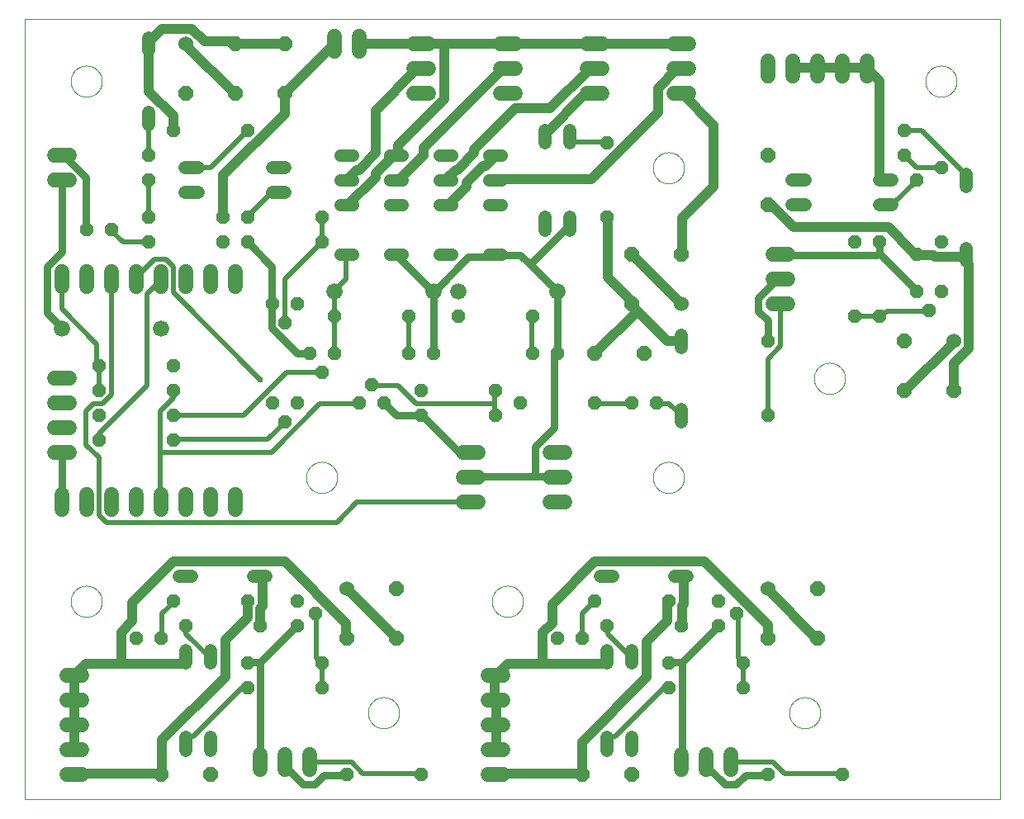
<source format=gtl>
G75*
%MOIN*%
%OFA0B0*%
%FSLAX25Y25*%
%IPPOS*%
%LPD*%
%AMOC8*
5,1,8,0,0,1.08239X$1,22.5*
%
%ADD10C,0.00000*%
%ADD11C,0.06000*%
%ADD12OC8,0.06000*%
%ADD13C,0.06600*%
%ADD14C,0.05200*%
%ADD15C,0.06000*%
%ADD16C,0.05150*%
%ADD17OC8,0.05200*%
%ADD18C,0.02000*%
%ADD19C,0.04000*%
%ADD20C,0.03000*%
%ADD21C,0.02381*%
D10*
X0002600Y0002600D02*
X0002600Y0317561D01*
X0396301Y0317561D01*
X0396301Y0002600D01*
X0002600Y0002600D01*
X0021301Y0082600D02*
X0021303Y0082758D01*
X0021309Y0082916D01*
X0021319Y0083074D01*
X0021333Y0083232D01*
X0021351Y0083389D01*
X0021372Y0083546D01*
X0021398Y0083702D01*
X0021428Y0083858D01*
X0021461Y0084013D01*
X0021499Y0084166D01*
X0021540Y0084319D01*
X0021585Y0084471D01*
X0021634Y0084622D01*
X0021687Y0084771D01*
X0021743Y0084919D01*
X0021803Y0085065D01*
X0021867Y0085210D01*
X0021935Y0085353D01*
X0022006Y0085495D01*
X0022080Y0085635D01*
X0022158Y0085772D01*
X0022240Y0085908D01*
X0022324Y0086042D01*
X0022413Y0086173D01*
X0022504Y0086302D01*
X0022599Y0086429D01*
X0022696Y0086554D01*
X0022797Y0086676D01*
X0022901Y0086795D01*
X0023008Y0086912D01*
X0023118Y0087026D01*
X0023231Y0087137D01*
X0023346Y0087246D01*
X0023464Y0087351D01*
X0023585Y0087453D01*
X0023708Y0087553D01*
X0023834Y0087649D01*
X0023962Y0087742D01*
X0024092Y0087832D01*
X0024225Y0087918D01*
X0024360Y0088002D01*
X0024496Y0088081D01*
X0024635Y0088158D01*
X0024776Y0088230D01*
X0024918Y0088300D01*
X0025062Y0088365D01*
X0025208Y0088427D01*
X0025355Y0088485D01*
X0025504Y0088540D01*
X0025654Y0088591D01*
X0025805Y0088638D01*
X0025957Y0088681D01*
X0026110Y0088720D01*
X0026265Y0088756D01*
X0026420Y0088787D01*
X0026576Y0088815D01*
X0026732Y0088839D01*
X0026889Y0088859D01*
X0027047Y0088875D01*
X0027204Y0088887D01*
X0027363Y0088895D01*
X0027521Y0088899D01*
X0027679Y0088899D01*
X0027837Y0088895D01*
X0027996Y0088887D01*
X0028153Y0088875D01*
X0028311Y0088859D01*
X0028468Y0088839D01*
X0028624Y0088815D01*
X0028780Y0088787D01*
X0028935Y0088756D01*
X0029090Y0088720D01*
X0029243Y0088681D01*
X0029395Y0088638D01*
X0029546Y0088591D01*
X0029696Y0088540D01*
X0029845Y0088485D01*
X0029992Y0088427D01*
X0030138Y0088365D01*
X0030282Y0088300D01*
X0030424Y0088230D01*
X0030565Y0088158D01*
X0030704Y0088081D01*
X0030840Y0088002D01*
X0030975Y0087918D01*
X0031108Y0087832D01*
X0031238Y0087742D01*
X0031366Y0087649D01*
X0031492Y0087553D01*
X0031615Y0087453D01*
X0031736Y0087351D01*
X0031854Y0087246D01*
X0031969Y0087137D01*
X0032082Y0087026D01*
X0032192Y0086912D01*
X0032299Y0086795D01*
X0032403Y0086676D01*
X0032504Y0086554D01*
X0032601Y0086429D01*
X0032696Y0086302D01*
X0032787Y0086173D01*
X0032876Y0086042D01*
X0032960Y0085908D01*
X0033042Y0085772D01*
X0033120Y0085635D01*
X0033194Y0085495D01*
X0033265Y0085353D01*
X0033333Y0085210D01*
X0033397Y0085065D01*
X0033457Y0084919D01*
X0033513Y0084771D01*
X0033566Y0084622D01*
X0033615Y0084471D01*
X0033660Y0084319D01*
X0033701Y0084166D01*
X0033739Y0084013D01*
X0033772Y0083858D01*
X0033802Y0083702D01*
X0033828Y0083546D01*
X0033849Y0083389D01*
X0033867Y0083232D01*
X0033881Y0083074D01*
X0033891Y0082916D01*
X0033897Y0082758D01*
X0033899Y0082600D01*
X0033897Y0082442D01*
X0033891Y0082284D01*
X0033881Y0082126D01*
X0033867Y0081968D01*
X0033849Y0081811D01*
X0033828Y0081654D01*
X0033802Y0081498D01*
X0033772Y0081342D01*
X0033739Y0081187D01*
X0033701Y0081034D01*
X0033660Y0080881D01*
X0033615Y0080729D01*
X0033566Y0080578D01*
X0033513Y0080429D01*
X0033457Y0080281D01*
X0033397Y0080135D01*
X0033333Y0079990D01*
X0033265Y0079847D01*
X0033194Y0079705D01*
X0033120Y0079565D01*
X0033042Y0079428D01*
X0032960Y0079292D01*
X0032876Y0079158D01*
X0032787Y0079027D01*
X0032696Y0078898D01*
X0032601Y0078771D01*
X0032504Y0078646D01*
X0032403Y0078524D01*
X0032299Y0078405D01*
X0032192Y0078288D01*
X0032082Y0078174D01*
X0031969Y0078063D01*
X0031854Y0077954D01*
X0031736Y0077849D01*
X0031615Y0077747D01*
X0031492Y0077647D01*
X0031366Y0077551D01*
X0031238Y0077458D01*
X0031108Y0077368D01*
X0030975Y0077282D01*
X0030840Y0077198D01*
X0030704Y0077119D01*
X0030565Y0077042D01*
X0030424Y0076970D01*
X0030282Y0076900D01*
X0030138Y0076835D01*
X0029992Y0076773D01*
X0029845Y0076715D01*
X0029696Y0076660D01*
X0029546Y0076609D01*
X0029395Y0076562D01*
X0029243Y0076519D01*
X0029090Y0076480D01*
X0028935Y0076444D01*
X0028780Y0076413D01*
X0028624Y0076385D01*
X0028468Y0076361D01*
X0028311Y0076341D01*
X0028153Y0076325D01*
X0027996Y0076313D01*
X0027837Y0076305D01*
X0027679Y0076301D01*
X0027521Y0076301D01*
X0027363Y0076305D01*
X0027204Y0076313D01*
X0027047Y0076325D01*
X0026889Y0076341D01*
X0026732Y0076361D01*
X0026576Y0076385D01*
X0026420Y0076413D01*
X0026265Y0076444D01*
X0026110Y0076480D01*
X0025957Y0076519D01*
X0025805Y0076562D01*
X0025654Y0076609D01*
X0025504Y0076660D01*
X0025355Y0076715D01*
X0025208Y0076773D01*
X0025062Y0076835D01*
X0024918Y0076900D01*
X0024776Y0076970D01*
X0024635Y0077042D01*
X0024496Y0077119D01*
X0024360Y0077198D01*
X0024225Y0077282D01*
X0024092Y0077368D01*
X0023962Y0077458D01*
X0023834Y0077551D01*
X0023708Y0077647D01*
X0023585Y0077747D01*
X0023464Y0077849D01*
X0023346Y0077954D01*
X0023231Y0078063D01*
X0023118Y0078174D01*
X0023008Y0078288D01*
X0022901Y0078405D01*
X0022797Y0078524D01*
X0022696Y0078646D01*
X0022599Y0078771D01*
X0022504Y0078898D01*
X0022413Y0079027D01*
X0022324Y0079158D01*
X0022240Y0079292D01*
X0022158Y0079428D01*
X0022080Y0079565D01*
X0022006Y0079705D01*
X0021935Y0079847D01*
X0021867Y0079990D01*
X0021803Y0080135D01*
X0021743Y0080281D01*
X0021687Y0080429D01*
X0021634Y0080578D01*
X0021585Y0080729D01*
X0021540Y0080881D01*
X0021499Y0081034D01*
X0021461Y0081187D01*
X0021428Y0081342D01*
X0021398Y0081498D01*
X0021372Y0081654D01*
X0021351Y0081811D01*
X0021333Y0081968D01*
X0021319Y0082126D01*
X0021309Y0082284D01*
X0021303Y0082442D01*
X0021301Y0082600D01*
X0116301Y0132600D02*
X0116303Y0132758D01*
X0116309Y0132916D01*
X0116319Y0133074D01*
X0116333Y0133232D01*
X0116351Y0133389D01*
X0116372Y0133546D01*
X0116398Y0133702D01*
X0116428Y0133858D01*
X0116461Y0134013D01*
X0116499Y0134166D01*
X0116540Y0134319D01*
X0116585Y0134471D01*
X0116634Y0134622D01*
X0116687Y0134771D01*
X0116743Y0134919D01*
X0116803Y0135065D01*
X0116867Y0135210D01*
X0116935Y0135353D01*
X0117006Y0135495D01*
X0117080Y0135635D01*
X0117158Y0135772D01*
X0117240Y0135908D01*
X0117324Y0136042D01*
X0117413Y0136173D01*
X0117504Y0136302D01*
X0117599Y0136429D01*
X0117696Y0136554D01*
X0117797Y0136676D01*
X0117901Y0136795D01*
X0118008Y0136912D01*
X0118118Y0137026D01*
X0118231Y0137137D01*
X0118346Y0137246D01*
X0118464Y0137351D01*
X0118585Y0137453D01*
X0118708Y0137553D01*
X0118834Y0137649D01*
X0118962Y0137742D01*
X0119092Y0137832D01*
X0119225Y0137918D01*
X0119360Y0138002D01*
X0119496Y0138081D01*
X0119635Y0138158D01*
X0119776Y0138230D01*
X0119918Y0138300D01*
X0120062Y0138365D01*
X0120208Y0138427D01*
X0120355Y0138485D01*
X0120504Y0138540D01*
X0120654Y0138591D01*
X0120805Y0138638D01*
X0120957Y0138681D01*
X0121110Y0138720D01*
X0121265Y0138756D01*
X0121420Y0138787D01*
X0121576Y0138815D01*
X0121732Y0138839D01*
X0121889Y0138859D01*
X0122047Y0138875D01*
X0122204Y0138887D01*
X0122363Y0138895D01*
X0122521Y0138899D01*
X0122679Y0138899D01*
X0122837Y0138895D01*
X0122996Y0138887D01*
X0123153Y0138875D01*
X0123311Y0138859D01*
X0123468Y0138839D01*
X0123624Y0138815D01*
X0123780Y0138787D01*
X0123935Y0138756D01*
X0124090Y0138720D01*
X0124243Y0138681D01*
X0124395Y0138638D01*
X0124546Y0138591D01*
X0124696Y0138540D01*
X0124845Y0138485D01*
X0124992Y0138427D01*
X0125138Y0138365D01*
X0125282Y0138300D01*
X0125424Y0138230D01*
X0125565Y0138158D01*
X0125704Y0138081D01*
X0125840Y0138002D01*
X0125975Y0137918D01*
X0126108Y0137832D01*
X0126238Y0137742D01*
X0126366Y0137649D01*
X0126492Y0137553D01*
X0126615Y0137453D01*
X0126736Y0137351D01*
X0126854Y0137246D01*
X0126969Y0137137D01*
X0127082Y0137026D01*
X0127192Y0136912D01*
X0127299Y0136795D01*
X0127403Y0136676D01*
X0127504Y0136554D01*
X0127601Y0136429D01*
X0127696Y0136302D01*
X0127787Y0136173D01*
X0127876Y0136042D01*
X0127960Y0135908D01*
X0128042Y0135772D01*
X0128120Y0135635D01*
X0128194Y0135495D01*
X0128265Y0135353D01*
X0128333Y0135210D01*
X0128397Y0135065D01*
X0128457Y0134919D01*
X0128513Y0134771D01*
X0128566Y0134622D01*
X0128615Y0134471D01*
X0128660Y0134319D01*
X0128701Y0134166D01*
X0128739Y0134013D01*
X0128772Y0133858D01*
X0128802Y0133702D01*
X0128828Y0133546D01*
X0128849Y0133389D01*
X0128867Y0133232D01*
X0128881Y0133074D01*
X0128891Y0132916D01*
X0128897Y0132758D01*
X0128899Y0132600D01*
X0128897Y0132442D01*
X0128891Y0132284D01*
X0128881Y0132126D01*
X0128867Y0131968D01*
X0128849Y0131811D01*
X0128828Y0131654D01*
X0128802Y0131498D01*
X0128772Y0131342D01*
X0128739Y0131187D01*
X0128701Y0131034D01*
X0128660Y0130881D01*
X0128615Y0130729D01*
X0128566Y0130578D01*
X0128513Y0130429D01*
X0128457Y0130281D01*
X0128397Y0130135D01*
X0128333Y0129990D01*
X0128265Y0129847D01*
X0128194Y0129705D01*
X0128120Y0129565D01*
X0128042Y0129428D01*
X0127960Y0129292D01*
X0127876Y0129158D01*
X0127787Y0129027D01*
X0127696Y0128898D01*
X0127601Y0128771D01*
X0127504Y0128646D01*
X0127403Y0128524D01*
X0127299Y0128405D01*
X0127192Y0128288D01*
X0127082Y0128174D01*
X0126969Y0128063D01*
X0126854Y0127954D01*
X0126736Y0127849D01*
X0126615Y0127747D01*
X0126492Y0127647D01*
X0126366Y0127551D01*
X0126238Y0127458D01*
X0126108Y0127368D01*
X0125975Y0127282D01*
X0125840Y0127198D01*
X0125704Y0127119D01*
X0125565Y0127042D01*
X0125424Y0126970D01*
X0125282Y0126900D01*
X0125138Y0126835D01*
X0124992Y0126773D01*
X0124845Y0126715D01*
X0124696Y0126660D01*
X0124546Y0126609D01*
X0124395Y0126562D01*
X0124243Y0126519D01*
X0124090Y0126480D01*
X0123935Y0126444D01*
X0123780Y0126413D01*
X0123624Y0126385D01*
X0123468Y0126361D01*
X0123311Y0126341D01*
X0123153Y0126325D01*
X0122996Y0126313D01*
X0122837Y0126305D01*
X0122679Y0126301D01*
X0122521Y0126301D01*
X0122363Y0126305D01*
X0122204Y0126313D01*
X0122047Y0126325D01*
X0121889Y0126341D01*
X0121732Y0126361D01*
X0121576Y0126385D01*
X0121420Y0126413D01*
X0121265Y0126444D01*
X0121110Y0126480D01*
X0120957Y0126519D01*
X0120805Y0126562D01*
X0120654Y0126609D01*
X0120504Y0126660D01*
X0120355Y0126715D01*
X0120208Y0126773D01*
X0120062Y0126835D01*
X0119918Y0126900D01*
X0119776Y0126970D01*
X0119635Y0127042D01*
X0119496Y0127119D01*
X0119360Y0127198D01*
X0119225Y0127282D01*
X0119092Y0127368D01*
X0118962Y0127458D01*
X0118834Y0127551D01*
X0118708Y0127647D01*
X0118585Y0127747D01*
X0118464Y0127849D01*
X0118346Y0127954D01*
X0118231Y0128063D01*
X0118118Y0128174D01*
X0118008Y0128288D01*
X0117901Y0128405D01*
X0117797Y0128524D01*
X0117696Y0128646D01*
X0117599Y0128771D01*
X0117504Y0128898D01*
X0117413Y0129027D01*
X0117324Y0129158D01*
X0117240Y0129292D01*
X0117158Y0129428D01*
X0117080Y0129565D01*
X0117006Y0129705D01*
X0116935Y0129847D01*
X0116867Y0129990D01*
X0116803Y0130135D01*
X0116743Y0130281D01*
X0116687Y0130429D01*
X0116634Y0130578D01*
X0116585Y0130729D01*
X0116540Y0130881D01*
X0116499Y0131034D01*
X0116461Y0131187D01*
X0116428Y0131342D01*
X0116398Y0131498D01*
X0116372Y0131654D01*
X0116351Y0131811D01*
X0116333Y0131968D01*
X0116319Y0132126D01*
X0116309Y0132284D01*
X0116303Y0132442D01*
X0116301Y0132600D01*
X0191301Y0082600D02*
X0191303Y0082758D01*
X0191309Y0082916D01*
X0191319Y0083074D01*
X0191333Y0083232D01*
X0191351Y0083389D01*
X0191372Y0083546D01*
X0191398Y0083702D01*
X0191428Y0083858D01*
X0191461Y0084013D01*
X0191499Y0084166D01*
X0191540Y0084319D01*
X0191585Y0084471D01*
X0191634Y0084622D01*
X0191687Y0084771D01*
X0191743Y0084919D01*
X0191803Y0085065D01*
X0191867Y0085210D01*
X0191935Y0085353D01*
X0192006Y0085495D01*
X0192080Y0085635D01*
X0192158Y0085772D01*
X0192240Y0085908D01*
X0192324Y0086042D01*
X0192413Y0086173D01*
X0192504Y0086302D01*
X0192599Y0086429D01*
X0192696Y0086554D01*
X0192797Y0086676D01*
X0192901Y0086795D01*
X0193008Y0086912D01*
X0193118Y0087026D01*
X0193231Y0087137D01*
X0193346Y0087246D01*
X0193464Y0087351D01*
X0193585Y0087453D01*
X0193708Y0087553D01*
X0193834Y0087649D01*
X0193962Y0087742D01*
X0194092Y0087832D01*
X0194225Y0087918D01*
X0194360Y0088002D01*
X0194496Y0088081D01*
X0194635Y0088158D01*
X0194776Y0088230D01*
X0194918Y0088300D01*
X0195062Y0088365D01*
X0195208Y0088427D01*
X0195355Y0088485D01*
X0195504Y0088540D01*
X0195654Y0088591D01*
X0195805Y0088638D01*
X0195957Y0088681D01*
X0196110Y0088720D01*
X0196265Y0088756D01*
X0196420Y0088787D01*
X0196576Y0088815D01*
X0196732Y0088839D01*
X0196889Y0088859D01*
X0197047Y0088875D01*
X0197204Y0088887D01*
X0197363Y0088895D01*
X0197521Y0088899D01*
X0197679Y0088899D01*
X0197837Y0088895D01*
X0197996Y0088887D01*
X0198153Y0088875D01*
X0198311Y0088859D01*
X0198468Y0088839D01*
X0198624Y0088815D01*
X0198780Y0088787D01*
X0198935Y0088756D01*
X0199090Y0088720D01*
X0199243Y0088681D01*
X0199395Y0088638D01*
X0199546Y0088591D01*
X0199696Y0088540D01*
X0199845Y0088485D01*
X0199992Y0088427D01*
X0200138Y0088365D01*
X0200282Y0088300D01*
X0200424Y0088230D01*
X0200565Y0088158D01*
X0200704Y0088081D01*
X0200840Y0088002D01*
X0200975Y0087918D01*
X0201108Y0087832D01*
X0201238Y0087742D01*
X0201366Y0087649D01*
X0201492Y0087553D01*
X0201615Y0087453D01*
X0201736Y0087351D01*
X0201854Y0087246D01*
X0201969Y0087137D01*
X0202082Y0087026D01*
X0202192Y0086912D01*
X0202299Y0086795D01*
X0202403Y0086676D01*
X0202504Y0086554D01*
X0202601Y0086429D01*
X0202696Y0086302D01*
X0202787Y0086173D01*
X0202876Y0086042D01*
X0202960Y0085908D01*
X0203042Y0085772D01*
X0203120Y0085635D01*
X0203194Y0085495D01*
X0203265Y0085353D01*
X0203333Y0085210D01*
X0203397Y0085065D01*
X0203457Y0084919D01*
X0203513Y0084771D01*
X0203566Y0084622D01*
X0203615Y0084471D01*
X0203660Y0084319D01*
X0203701Y0084166D01*
X0203739Y0084013D01*
X0203772Y0083858D01*
X0203802Y0083702D01*
X0203828Y0083546D01*
X0203849Y0083389D01*
X0203867Y0083232D01*
X0203881Y0083074D01*
X0203891Y0082916D01*
X0203897Y0082758D01*
X0203899Y0082600D01*
X0203897Y0082442D01*
X0203891Y0082284D01*
X0203881Y0082126D01*
X0203867Y0081968D01*
X0203849Y0081811D01*
X0203828Y0081654D01*
X0203802Y0081498D01*
X0203772Y0081342D01*
X0203739Y0081187D01*
X0203701Y0081034D01*
X0203660Y0080881D01*
X0203615Y0080729D01*
X0203566Y0080578D01*
X0203513Y0080429D01*
X0203457Y0080281D01*
X0203397Y0080135D01*
X0203333Y0079990D01*
X0203265Y0079847D01*
X0203194Y0079705D01*
X0203120Y0079565D01*
X0203042Y0079428D01*
X0202960Y0079292D01*
X0202876Y0079158D01*
X0202787Y0079027D01*
X0202696Y0078898D01*
X0202601Y0078771D01*
X0202504Y0078646D01*
X0202403Y0078524D01*
X0202299Y0078405D01*
X0202192Y0078288D01*
X0202082Y0078174D01*
X0201969Y0078063D01*
X0201854Y0077954D01*
X0201736Y0077849D01*
X0201615Y0077747D01*
X0201492Y0077647D01*
X0201366Y0077551D01*
X0201238Y0077458D01*
X0201108Y0077368D01*
X0200975Y0077282D01*
X0200840Y0077198D01*
X0200704Y0077119D01*
X0200565Y0077042D01*
X0200424Y0076970D01*
X0200282Y0076900D01*
X0200138Y0076835D01*
X0199992Y0076773D01*
X0199845Y0076715D01*
X0199696Y0076660D01*
X0199546Y0076609D01*
X0199395Y0076562D01*
X0199243Y0076519D01*
X0199090Y0076480D01*
X0198935Y0076444D01*
X0198780Y0076413D01*
X0198624Y0076385D01*
X0198468Y0076361D01*
X0198311Y0076341D01*
X0198153Y0076325D01*
X0197996Y0076313D01*
X0197837Y0076305D01*
X0197679Y0076301D01*
X0197521Y0076301D01*
X0197363Y0076305D01*
X0197204Y0076313D01*
X0197047Y0076325D01*
X0196889Y0076341D01*
X0196732Y0076361D01*
X0196576Y0076385D01*
X0196420Y0076413D01*
X0196265Y0076444D01*
X0196110Y0076480D01*
X0195957Y0076519D01*
X0195805Y0076562D01*
X0195654Y0076609D01*
X0195504Y0076660D01*
X0195355Y0076715D01*
X0195208Y0076773D01*
X0195062Y0076835D01*
X0194918Y0076900D01*
X0194776Y0076970D01*
X0194635Y0077042D01*
X0194496Y0077119D01*
X0194360Y0077198D01*
X0194225Y0077282D01*
X0194092Y0077368D01*
X0193962Y0077458D01*
X0193834Y0077551D01*
X0193708Y0077647D01*
X0193585Y0077747D01*
X0193464Y0077849D01*
X0193346Y0077954D01*
X0193231Y0078063D01*
X0193118Y0078174D01*
X0193008Y0078288D01*
X0192901Y0078405D01*
X0192797Y0078524D01*
X0192696Y0078646D01*
X0192599Y0078771D01*
X0192504Y0078898D01*
X0192413Y0079027D01*
X0192324Y0079158D01*
X0192240Y0079292D01*
X0192158Y0079428D01*
X0192080Y0079565D01*
X0192006Y0079705D01*
X0191935Y0079847D01*
X0191867Y0079990D01*
X0191803Y0080135D01*
X0191743Y0080281D01*
X0191687Y0080429D01*
X0191634Y0080578D01*
X0191585Y0080729D01*
X0191540Y0080881D01*
X0191499Y0081034D01*
X0191461Y0081187D01*
X0191428Y0081342D01*
X0191398Y0081498D01*
X0191372Y0081654D01*
X0191351Y0081811D01*
X0191333Y0081968D01*
X0191319Y0082126D01*
X0191309Y0082284D01*
X0191303Y0082442D01*
X0191301Y0082600D01*
X0141301Y0037600D02*
X0141303Y0037758D01*
X0141309Y0037916D01*
X0141319Y0038074D01*
X0141333Y0038232D01*
X0141351Y0038389D01*
X0141372Y0038546D01*
X0141398Y0038702D01*
X0141428Y0038858D01*
X0141461Y0039013D01*
X0141499Y0039166D01*
X0141540Y0039319D01*
X0141585Y0039471D01*
X0141634Y0039622D01*
X0141687Y0039771D01*
X0141743Y0039919D01*
X0141803Y0040065D01*
X0141867Y0040210D01*
X0141935Y0040353D01*
X0142006Y0040495D01*
X0142080Y0040635D01*
X0142158Y0040772D01*
X0142240Y0040908D01*
X0142324Y0041042D01*
X0142413Y0041173D01*
X0142504Y0041302D01*
X0142599Y0041429D01*
X0142696Y0041554D01*
X0142797Y0041676D01*
X0142901Y0041795D01*
X0143008Y0041912D01*
X0143118Y0042026D01*
X0143231Y0042137D01*
X0143346Y0042246D01*
X0143464Y0042351D01*
X0143585Y0042453D01*
X0143708Y0042553D01*
X0143834Y0042649D01*
X0143962Y0042742D01*
X0144092Y0042832D01*
X0144225Y0042918D01*
X0144360Y0043002D01*
X0144496Y0043081D01*
X0144635Y0043158D01*
X0144776Y0043230D01*
X0144918Y0043300D01*
X0145062Y0043365D01*
X0145208Y0043427D01*
X0145355Y0043485D01*
X0145504Y0043540D01*
X0145654Y0043591D01*
X0145805Y0043638D01*
X0145957Y0043681D01*
X0146110Y0043720D01*
X0146265Y0043756D01*
X0146420Y0043787D01*
X0146576Y0043815D01*
X0146732Y0043839D01*
X0146889Y0043859D01*
X0147047Y0043875D01*
X0147204Y0043887D01*
X0147363Y0043895D01*
X0147521Y0043899D01*
X0147679Y0043899D01*
X0147837Y0043895D01*
X0147996Y0043887D01*
X0148153Y0043875D01*
X0148311Y0043859D01*
X0148468Y0043839D01*
X0148624Y0043815D01*
X0148780Y0043787D01*
X0148935Y0043756D01*
X0149090Y0043720D01*
X0149243Y0043681D01*
X0149395Y0043638D01*
X0149546Y0043591D01*
X0149696Y0043540D01*
X0149845Y0043485D01*
X0149992Y0043427D01*
X0150138Y0043365D01*
X0150282Y0043300D01*
X0150424Y0043230D01*
X0150565Y0043158D01*
X0150704Y0043081D01*
X0150840Y0043002D01*
X0150975Y0042918D01*
X0151108Y0042832D01*
X0151238Y0042742D01*
X0151366Y0042649D01*
X0151492Y0042553D01*
X0151615Y0042453D01*
X0151736Y0042351D01*
X0151854Y0042246D01*
X0151969Y0042137D01*
X0152082Y0042026D01*
X0152192Y0041912D01*
X0152299Y0041795D01*
X0152403Y0041676D01*
X0152504Y0041554D01*
X0152601Y0041429D01*
X0152696Y0041302D01*
X0152787Y0041173D01*
X0152876Y0041042D01*
X0152960Y0040908D01*
X0153042Y0040772D01*
X0153120Y0040635D01*
X0153194Y0040495D01*
X0153265Y0040353D01*
X0153333Y0040210D01*
X0153397Y0040065D01*
X0153457Y0039919D01*
X0153513Y0039771D01*
X0153566Y0039622D01*
X0153615Y0039471D01*
X0153660Y0039319D01*
X0153701Y0039166D01*
X0153739Y0039013D01*
X0153772Y0038858D01*
X0153802Y0038702D01*
X0153828Y0038546D01*
X0153849Y0038389D01*
X0153867Y0038232D01*
X0153881Y0038074D01*
X0153891Y0037916D01*
X0153897Y0037758D01*
X0153899Y0037600D01*
X0153897Y0037442D01*
X0153891Y0037284D01*
X0153881Y0037126D01*
X0153867Y0036968D01*
X0153849Y0036811D01*
X0153828Y0036654D01*
X0153802Y0036498D01*
X0153772Y0036342D01*
X0153739Y0036187D01*
X0153701Y0036034D01*
X0153660Y0035881D01*
X0153615Y0035729D01*
X0153566Y0035578D01*
X0153513Y0035429D01*
X0153457Y0035281D01*
X0153397Y0035135D01*
X0153333Y0034990D01*
X0153265Y0034847D01*
X0153194Y0034705D01*
X0153120Y0034565D01*
X0153042Y0034428D01*
X0152960Y0034292D01*
X0152876Y0034158D01*
X0152787Y0034027D01*
X0152696Y0033898D01*
X0152601Y0033771D01*
X0152504Y0033646D01*
X0152403Y0033524D01*
X0152299Y0033405D01*
X0152192Y0033288D01*
X0152082Y0033174D01*
X0151969Y0033063D01*
X0151854Y0032954D01*
X0151736Y0032849D01*
X0151615Y0032747D01*
X0151492Y0032647D01*
X0151366Y0032551D01*
X0151238Y0032458D01*
X0151108Y0032368D01*
X0150975Y0032282D01*
X0150840Y0032198D01*
X0150704Y0032119D01*
X0150565Y0032042D01*
X0150424Y0031970D01*
X0150282Y0031900D01*
X0150138Y0031835D01*
X0149992Y0031773D01*
X0149845Y0031715D01*
X0149696Y0031660D01*
X0149546Y0031609D01*
X0149395Y0031562D01*
X0149243Y0031519D01*
X0149090Y0031480D01*
X0148935Y0031444D01*
X0148780Y0031413D01*
X0148624Y0031385D01*
X0148468Y0031361D01*
X0148311Y0031341D01*
X0148153Y0031325D01*
X0147996Y0031313D01*
X0147837Y0031305D01*
X0147679Y0031301D01*
X0147521Y0031301D01*
X0147363Y0031305D01*
X0147204Y0031313D01*
X0147047Y0031325D01*
X0146889Y0031341D01*
X0146732Y0031361D01*
X0146576Y0031385D01*
X0146420Y0031413D01*
X0146265Y0031444D01*
X0146110Y0031480D01*
X0145957Y0031519D01*
X0145805Y0031562D01*
X0145654Y0031609D01*
X0145504Y0031660D01*
X0145355Y0031715D01*
X0145208Y0031773D01*
X0145062Y0031835D01*
X0144918Y0031900D01*
X0144776Y0031970D01*
X0144635Y0032042D01*
X0144496Y0032119D01*
X0144360Y0032198D01*
X0144225Y0032282D01*
X0144092Y0032368D01*
X0143962Y0032458D01*
X0143834Y0032551D01*
X0143708Y0032647D01*
X0143585Y0032747D01*
X0143464Y0032849D01*
X0143346Y0032954D01*
X0143231Y0033063D01*
X0143118Y0033174D01*
X0143008Y0033288D01*
X0142901Y0033405D01*
X0142797Y0033524D01*
X0142696Y0033646D01*
X0142599Y0033771D01*
X0142504Y0033898D01*
X0142413Y0034027D01*
X0142324Y0034158D01*
X0142240Y0034292D01*
X0142158Y0034428D01*
X0142080Y0034565D01*
X0142006Y0034705D01*
X0141935Y0034847D01*
X0141867Y0034990D01*
X0141803Y0035135D01*
X0141743Y0035281D01*
X0141687Y0035429D01*
X0141634Y0035578D01*
X0141585Y0035729D01*
X0141540Y0035881D01*
X0141499Y0036034D01*
X0141461Y0036187D01*
X0141428Y0036342D01*
X0141398Y0036498D01*
X0141372Y0036654D01*
X0141351Y0036811D01*
X0141333Y0036968D01*
X0141319Y0037126D01*
X0141309Y0037284D01*
X0141303Y0037442D01*
X0141301Y0037600D01*
X0256301Y0132600D02*
X0256303Y0132758D01*
X0256309Y0132916D01*
X0256319Y0133074D01*
X0256333Y0133232D01*
X0256351Y0133389D01*
X0256372Y0133546D01*
X0256398Y0133702D01*
X0256428Y0133858D01*
X0256461Y0134013D01*
X0256499Y0134166D01*
X0256540Y0134319D01*
X0256585Y0134471D01*
X0256634Y0134622D01*
X0256687Y0134771D01*
X0256743Y0134919D01*
X0256803Y0135065D01*
X0256867Y0135210D01*
X0256935Y0135353D01*
X0257006Y0135495D01*
X0257080Y0135635D01*
X0257158Y0135772D01*
X0257240Y0135908D01*
X0257324Y0136042D01*
X0257413Y0136173D01*
X0257504Y0136302D01*
X0257599Y0136429D01*
X0257696Y0136554D01*
X0257797Y0136676D01*
X0257901Y0136795D01*
X0258008Y0136912D01*
X0258118Y0137026D01*
X0258231Y0137137D01*
X0258346Y0137246D01*
X0258464Y0137351D01*
X0258585Y0137453D01*
X0258708Y0137553D01*
X0258834Y0137649D01*
X0258962Y0137742D01*
X0259092Y0137832D01*
X0259225Y0137918D01*
X0259360Y0138002D01*
X0259496Y0138081D01*
X0259635Y0138158D01*
X0259776Y0138230D01*
X0259918Y0138300D01*
X0260062Y0138365D01*
X0260208Y0138427D01*
X0260355Y0138485D01*
X0260504Y0138540D01*
X0260654Y0138591D01*
X0260805Y0138638D01*
X0260957Y0138681D01*
X0261110Y0138720D01*
X0261265Y0138756D01*
X0261420Y0138787D01*
X0261576Y0138815D01*
X0261732Y0138839D01*
X0261889Y0138859D01*
X0262047Y0138875D01*
X0262204Y0138887D01*
X0262363Y0138895D01*
X0262521Y0138899D01*
X0262679Y0138899D01*
X0262837Y0138895D01*
X0262996Y0138887D01*
X0263153Y0138875D01*
X0263311Y0138859D01*
X0263468Y0138839D01*
X0263624Y0138815D01*
X0263780Y0138787D01*
X0263935Y0138756D01*
X0264090Y0138720D01*
X0264243Y0138681D01*
X0264395Y0138638D01*
X0264546Y0138591D01*
X0264696Y0138540D01*
X0264845Y0138485D01*
X0264992Y0138427D01*
X0265138Y0138365D01*
X0265282Y0138300D01*
X0265424Y0138230D01*
X0265565Y0138158D01*
X0265704Y0138081D01*
X0265840Y0138002D01*
X0265975Y0137918D01*
X0266108Y0137832D01*
X0266238Y0137742D01*
X0266366Y0137649D01*
X0266492Y0137553D01*
X0266615Y0137453D01*
X0266736Y0137351D01*
X0266854Y0137246D01*
X0266969Y0137137D01*
X0267082Y0137026D01*
X0267192Y0136912D01*
X0267299Y0136795D01*
X0267403Y0136676D01*
X0267504Y0136554D01*
X0267601Y0136429D01*
X0267696Y0136302D01*
X0267787Y0136173D01*
X0267876Y0136042D01*
X0267960Y0135908D01*
X0268042Y0135772D01*
X0268120Y0135635D01*
X0268194Y0135495D01*
X0268265Y0135353D01*
X0268333Y0135210D01*
X0268397Y0135065D01*
X0268457Y0134919D01*
X0268513Y0134771D01*
X0268566Y0134622D01*
X0268615Y0134471D01*
X0268660Y0134319D01*
X0268701Y0134166D01*
X0268739Y0134013D01*
X0268772Y0133858D01*
X0268802Y0133702D01*
X0268828Y0133546D01*
X0268849Y0133389D01*
X0268867Y0133232D01*
X0268881Y0133074D01*
X0268891Y0132916D01*
X0268897Y0132758D01*
X0268899Y0132600D01*
X0268897Y0132442D01*
X0268891Y0132284D01*
X0268881Y0132126D01*
X0268867Y0131968D01*
X0268849Y0131811D01*
X0268828Y0131654D01*
X0268802Y0131498D01*
X0268772Y0131342D01*
X0268739Y0131187D01*
X0268701Y0131034D01*
X0268660Y0130881D01*
X0268615Y0130729D01*
X0268566Y0130578D01*
X0268513Y0130429D01*
X0268457Y0130281D01*
X0268397Y0130135D01*
X0268333Y0129990D01*
X0268265Y0129847D01*
X0268194Y0129705D01*
X0268120Y0129565D01*
X0268042Y0129428D01*
X0267960Y0129292D01*
X0267876Y0129158D01*
X0267787Y0129027D01*
X0267696Y0128898D01*
X0267601Y0128771D01*
X0267504Y0128646D01*
X0267403Y0128524D01*
X0267299Y0128405D01*
X0267192Y0128288D01*
X0267082Y0128174D01*
X0266969Y0128063D01*
X0266854Y0127954D01*
X0266736Y0127849D01*
X0266615Y0127747D01*
X0266492Y0127647D01*
X0266366Y0127551D01*
X0266238Y0127458D01*
X0266108Y0127368D01*
X0265975Y0127282D01*
X0265840Y0127198D01*
X0265704Y0127119D01*
X0265565Y0127042D01*
X0265424Y0126970D01*
X0265282Y0126900D01*
X0265138Y0126835D01*
X0264992Y0126773D01*
X0264845Y0126715D01*
X0264696Y0126660D01*
X0264546Y0126609D01*
X0264395Y0126562D01*
X0264243Y0126519D01*
X0264090Y0126480D01*
X0263935Y0126444D01*
X0263780Y0126413D01*
X0263624Y0126385D01*
X0263468Y0126361D01*
X0263311Y0126341D01*
X0263153Y0126325D01*
X0262996Y0126313D01*
X0262837Y0126305D01*
X0262679Y0126301D01*
X0262521Y0126301D01*
X0262363Y0126305D01*
X0262204Y0126313D01*
X0262047Y0126325D01*
X0261889Y0126341D01*
X0261732Y0126361D01*
X0261576Y0126385D01*
X0261420Y0126413D01*
X0261265Y0126444D01*
X0261110Y0126480D01*
X0260957Y0126519D01*
X0260805Y0126562D01*
X0260654Y0126609D01*
X0260504Y0126660D01*
X0260355Y0126715D01*
X0260208Y0126773D01*
X0260062Y0126835D01*
X0259918Y0126900D01*
X0259776Y0126970D01*
X0259635Y0127042D01*
X0259496Y0127119D01*
X0259360Y0127198D01*
X0259225Y0127282D01*
X0259092Y0127368D01*
X0258962Y0127458D01*
X0258834Y0127551D01*
X0258708Y0127647D01*
X0258585Y0127747D01*
X0258464Y0127849D01*
X0258346Y0127954D01*
X0258231Y0128063D01*
X0258118Y0128174D01*
X0258008Y0128288D01*
X0257901Y0128405D01*
X0257797Y0128524D01*
X0257696Y0128646D01*
X0257599Y0128771D01*
X0257504Y0128898D01*
X0257413Y0129027D01*
X0257324Y0129158D01*
X0257240Y0129292D01*
X0257158Y0129428D01*
X0257080Y0129565D01*
X0257006Y0129705D01*
X0256935Y0129847D01*
X0256867Y0129990D01*
X0256803Y0130135D01*
X0256743Y0130281D01*
X0256687Y0130429D01*
X0256634Y0130578D01*
X0256585Y0130729D01*
X0256540Y0130881D01*
X0256499Y0131034D01*
X0256461Y0131187D01*
X0256428Y0131342D01*
X0256398Y0131498D01*
X0256372Y0131654D01*
X0256351Y0131811D01*
X0256333Y0131968D01*
X0256319Y0132126D01*
X0256309Y0132284D01*
X0256303Y0132442D01*
X0256301Y0132600D01*
X0321301Y0172600D02*
X0321303Y0172758D01*
X0321309Y0172916D01*
X0321319Y0173074D01*
X0321333Y0173232D01*
X0321351Y0173389D01*
X0321372Y0173546D01*
X0321398Y0173702D01*
X0321428Y0173858D01*
X0321461Y0174013D01*
X0321499Y0174166D01*
X0321540Y0174319D01*
X0321585Y0174471D01*
X0321634Y0174622D01*
X0321687Y0174771D01*
X0321743Y0174919D01*
X0321803Y0175065D01*
X0321867Y0175210D01*
X0321935Y0175353D01*
X0322006Y0175495D01*
X0322080Y0175635D01*
X0322158Y0175772D01*
X0322240Y0175908D01*
X0322324Y0176042D01*
X0322413Y0176173D01*
X0322504Y0176302D01*
X0322599Y0176429D01*
X0322696Y0176554D01*
X0322797Y0176676D01*
X0322901Y0176795D01*
X0323008Y0176912D01*
X0323118Y0177026D01*
X0323231Y0177137D01*
X0323346Y0177246D01*
X0323464Y0177351D01*
X0323585Y0177453D01*
X0323708Y0177553D01*
X0323834Y0177649D01*
X0323962Y0177742D01*
X0324092Y0177832D01*
X0324225Y0177918D01*
X0324360Y0178002D01*
X0324496Y0178081D01*
X0324635Y0178158D01*
X0324776Y0178230D01*
X0324918Y0178300D01*
X0325062Y0178365D01*
X0325208Y0178427D01*
X0325355Y0178485D01*
X0325504Y0178540D01*
X0325654Y0178591D01*
X0325805Y0178638D01*
X0325957Y0178681D01*
X0326110Y0178720D01*
X0326265Y0178756D01*
X0326420Y0178787D01*
X0326576Y0178815D01*
X0326732Y0178839D01*
X0326889Y0178859D01*
X0327047Y0178875D01*
X0327204Y0178887D01*
X0327363Y0178895D01*
X0327521Y0178899D01*
X0327679Y0178899D01*
X0327837Y0178895D01*
X0327996Y0178887D01*
X0328153Y0178875D01*
X0328311Y0178859D01*
X0328468Y0178839D01*
X0328624Y0178815D01*
X0328780Y0178787D01*
X0328935Y0178756D01*
X0329090Y0178720D01*
X0329243Y0178681D01*
X0329395Y0178638D01*
X0329546Y0178591D01*
X0329696Y0178540D01*
X0329845Y0178485D01*
X0329992Y0178427D01*
X0330138Y0178365D01*
X0330282Y0178300D01*
X0330424Y0178230D01*
X0330565Y0178158D01*
X0330704Y0178081D01*
X0330840Y0178002D01*
X0330975Y0177918D01*
X0331108Y0177832D01*
X0331238Y0177742D01*
X0331366Y0177649D01*
X0331492Y0177553D01*
X0331615Y0177453D01*
X0331736Y0177351D01*
X0331854Y0177246D01*
X0331969Y0177137D01*
X0332082Y0177026D01*
X0332192Y0176912D01*
X0332299Y0176795D01*
X0332403Y0176676D01*
X0332504Y0176554D01*
X0332601Y0176429D01*
X0332696Y0176302D01*
X0332787Y0176173D01*
X0332876Y0176042D01*
X0332960Y0175908D01*
X0333042Y0175772D01*
X0333120Y0175635D01*
X0333194Y0175495D01*
X0333265Y0175353D01*
X0333333Y0175210D01*
X0333397Y0175065D01*
X0333457Y0174919D01*
X0333513Y0174771D01*
X0333566Y0174622D01*
X0333615Y0174471D01*
X0333660Y0174319D01*
X0333701Y0174166D01*
X0333739Y0174013D01*
X0333772Y0173858D01*
X0333802Y0173702D01*
X0333828Y0173546D01*
X0333849Y0173389D01*
X0333867Y0173232D01*
X0333881Y0173074D01*
X0333891Y0172916D01*
X0333897Y0172758D01*
X0333899Y0172600D01*
X0333897Y0172442D01*
X0333891Y0172284D01*
X0333881Y0172126D01*
X0333867Y0171968D01*
X0333849Y0171811D01*
X0333828Y0171654D01*
X0333802Y0171498D01*
X0333772Y0171342D01*
X0333739Y0171187D01*
X0333701Y0171034D01*
X0333660Y0170881D01*
X0333615Y0170729D01*
X0333566Y0170578D01*
X0333513Y0170429D01*
X0333457Y0170281D01*
X0333397Y0170135D01*
X0333333Y0169990D01*
X0333265Y0169847D01*
X0333194Y0169705D01*
X0333120Y0169565D01*
X0333042Y0169428D01*
X0332960Y0169292D01*
X0332876Y0169158D01*
X0332787Y0169027D01*
X0332696Y0168898D01*
X0332601Y0168771D01*
X0332504Y0168646D01*
X0332403Y0168524D01*
X0332299Y0168405D01*
X0332192Y0168288D01*
X0332082Y0168174D01*
X0331969Y0168063D01*
X0331854Y0167954D01*
X0331736Y0167849D01*
X0331615Y0167747D01*
X0331492Y0167647D01*
X0331366Y0167551D01*
X0331238Y0167458D01*
X0331108Y0167368D01*
X0330975Y0167282D01*
X0330840Y0167198D01*
X0330704Y0167119D01*
X0330565Y0167042D01*
X0330424Y0166970D01*
X0330282Y0166900D01*
X0330138Y0166835D01*
X0329992Y0166773D01*
X0329845Y0166715D01*
X0329696Y0166660D01*
X0329546Y0166609D01*
X0329395Y0166562D01*
X0329243Y0166519D01*
X0329090Y0166480D01*
X0328935Y0166444D01*
X0328780Y0166413D01*
X0328624Y0166385D01*
X0328468Y0166361D01*
X0328311Y0166341D01*
X0328153Y0166325D01*
X0327996Y0166313D01*
X0327837Y0166305D01*
X0327679Y0166301D01*
X0327521Y0166301D01*
X0327363Y0166305D01*
X0327204Y0166313D01*
X0327047Y0166325D01*
X0326889Y0166341D01*
X0326732Y0166361D01*
X0326576Y0166385D01*
X0326420Y0166413D01*
X0326265Y0166444D01*
X0326110Y0166480D01*
X0325957Y0166519D01*
X0325805Y0166562D01*
X0325654Y0166609D01*
X0325504Y0166660D01*
X0325355Y0166715D01*
X0325208Y0166773D01*
X0325062Y0166835D01*
X0324918Y0166900D01*
X0324776Y0166970D01*
X0324635Y0167042D01*
X0324496Y0167119D01*
X0324360Y0167198D01*
X0324225Y0167282D01*
X0324092Y0167368D01*
X0323962Y0167458D01*
X0323834Y0167551D01*
X0323708Y0167647D01*
X0323585Y0167747D01*
X0323464Y0167849D01*
X0323346Y0167954D01*
X0323231Y0168063D01*
X0323118Y0168174D01*
X0323008Y0168288D01*
X0322901Y0168405D01*
X0322797Y0168524D01*
X0322696Y0168646D01*
X0322599Y0168771D01*
X0322504Y0168898D01*
X0322413Y0169027D01*
X0322324Y0169158D01*
X0322240Y0169292D01*
X0322158Y0169428D01*
X0322080Y0169565D01*
X0322006Y0169705D01*
X0321935Y0169847D01*
X0321867Y0169990D01*
X0321803Y0170135D01*
X0321743Y0170281D01*
X0321687Y0170429D01*
X0321634Y0170578D01*
X0321585Y0170729D01*
X0321540Y0170881D01*
X0321499Y0171034D01*
X0321461Y0171187D01*
X0321428Y0171342D01*
X0321398Y0171498D01*
X0321372Y0171654D01*
X0321351Y0171811D01*
X0321333Y0171968D01*
X0321319Y0172126D01*
X0321309Y0172284D01*
X0321303Y0172442D01*
X0321301Y0172600D01*
X0256301Y0257600D02*
X0256303Y0257758D01*
X0256309Y0257916D01*
X0256319Y0258074D01*
X0256333Y0258232D01*
X0256351Y0258389D01*
X0256372Y0258546D01*
X0256398Y0258702D01*
X0256428Y0258858D01*
X0256461Y0259013D01*
X0256499Y0259166D01*
X0256540Y0259319D01*
X0256585Y0259471D01*
X0256634Y0259622D01*
X0256687Y0259771D01*
X0256743Y0259919D01*
X0256803Y0260065D01*
X0256867Y0260210D01*
X0256935Y0260353D01*
X0257006Y0260495D01*
X0257080Y0260635D01*
X0257158Y0260772D01*
X0257240Y0260908D01*
X0257324Y0261042D01*
X0257413Y0261173D01*
X0257504Y0261302D01*
X0257599Y0261429D01*
X0257696Y0261554D01*
X0257797Y0261676D01*
X0257901Y0261795D01*
X0258008Y0261912D01*
X0258118Y0262026D01*
X0258231Y0262137D01*
X0258346Y0262246D01*
X0258464Y0262351D01*
X0258585Y0262453D01*
X0258708Y0262553D01*
X0258834Y0262649D01*
X0258962Y0262742D01*
X0259092Y0262832D01*
X0259225Y0262918D01*
X0259360Y0263002D01*
X0259496Y0263081D01*
X0259635Y0263158D01*
X0259776Y0263230D01*
X0259918Y0263300D01*
X0260062Y0263365D01*
X0260208Y0263427D01*
X0260355Y0263485D01*
X0260504Y0263540D01*
X0260654Y0263591D01*
X0260805Y0263638D01*
X0260957Y0263681D01*
X0261110Y0263720D01*
X0261265Y0263756D01*
X0261420Y0263787D01*
X0261576Y0263815D01*
X0261732Y0263839D01*
X0261889Y0263859D01*
X0262047Y0263875D01*
X0262204Y0263887D01*
X0262363Y0263895D01*
X0262521Y0263899D01*
X0262679Y0263899D01*
X0262837Y0263895D01*
X0262996Y0263887D01*
X0263153Y0263875D01*
X0263311Y0263859D01*
X0263468Y0263839D01*
X0263624Y0263815D01*
X0263780Y0263787D01*
X0263935Y0263756D01*
X0264090Y0263720D01*
X0264243Y0263681D01*
X0264395Y0263638D01*
X0264546Y0263591D01*
X0264696Y0263540D01*
X0264845Y0263485D01*
X0264992Y0263427D01*
X0265138Y0263365D01*
X0265282Y0263300D01*
X0265424Y0263230D01*
X0265565Y0263158D01*
X0265704Y0263081D01*
X0265840Y0263002D01*
X0265975Y0262918D01*
X0266108Y0262832D01*
X0266238Y0262742D01*
X0266366Y0262649D01*
X0266492Y0262553D01*
X0266615Y0262453D01*
X0266736Y0262351D01*
X0266854Y0262246D01*
X0266969Y0262137D01*
X0267082Y0262026D01*
X0267192Y0261912D01*
X0267299Y0261795D01*
X0267403Y0261676D01*
X0267504Y0261554D01*
X0267601Y0261429D01*
X0267696Y0261302D01*
X0267787Y0261173D01*
X0267876Y0261042D01*
X0267960Y0260908D01*
X0268042Y0260772D01*
X0268120Y0260635D01*
X0268194Y0260495D01*
X0268265Y0260353D01*
X0268333Y0260210D01*
X0268397Y0260065D01*
X0268457Y0259919D01*
X0268513Y0259771D01*
X0268566Y0259622D01*
X0268615Y0259471D01*
X0268660Y0259319D01*
X0268701Y0259166D01*
X0268739Y0259013D01*
X0268772Y0258858D01*
X0268802Y0258702D01*
X0268828Y0258546D01*
X0268849Y0258389D01*
X0268867Y0258232D01*
X0268881Y0258074D01*
X0268891Y0257916D01*
X0268897Y0257758D01*
X0268899Y0257600D01*
X0268897Y0257442D01*
X0268891Y0257284D01*
X0268881Y0257126D01*
X0268867Y0256968D01*
X0268849Y0256811D01*
X0268828Y0256654D01*
X0268802Y0256498D01*
X0268772Y0256342D01*
X0268739Y0256187D01*
X0268701Y0256034D01*
X0268660Y0255881D01*
X0268615Y0255729D01*
X0268566Y0255578D01*
X0268513Y0255429D01*
X0268457Y0255281D01*
X0268397Y0255135D01*
X0268333Y0254990D01*
X0268265Y0254847D01*
X0268194Y0254705D01*
X0268120Y0254565D01*
X0268042Y0254428D01*
X0267960Y0254292D01*
X0267876Y0254158D01*
X0267787Y0254027D01*
X0267696Y0253898D01*
X0267601Y0253771D01*
X0267504Y0253646D01*
X0267403Y0253524D01*
X0267299Y0253405D01*
X0267192Y0253288D01*
X0267082Y0253174D01*
X0266969Y0253063D01*
X0266854Y0252954D01*
X0266736Y0252849D01*
X0266615Y0252747D01*
X0266492Y0252647D01*
X0266366Y0252551D01*
X0266238Y0252458D01*
X0266108Y0252368D01*
X0265975Y0252282D01*
X0265840Y0252198D01*
X0265704Y0252119D01*
X0265565Y0252042D01*
X0265424Y0251970D01*
X0265282Y0251900D01*
X0265138Y0251835D01*
X0264992Y0251773D01*
X0264845Y0251715D01*
X0264696Y0251660D01*
X0264546Y0251609D01*
X0264395Y0251562D01*
X0264243Y0251519D01*
X0264090Y0251480D01*
X0263935Y0251444D01*
X0263780Y0251413D01*
X0263624Y0251385D01*
X0263468Y0251361D01*
X0263311Y0251341D01*
X0263153Y0251325D01*
X0262996Y0251313D01*
X0262837Y0251305D01*
X0262679Y0251301D01*
X0262521Y0251301D01*
X0262363Y0251305D01*
X0262204Y0251313D01*
X0262047Y0251325D01*
X0261889Y0251341D01*
X0261732Y0251361D01*
X0261576Y0251385D01*
X0261420Y0251413D01*
X0261265Y0251444D01*
X0261110Y0251480D01*
X0260957Y0251519D01*
X0260805Y0251562D01*
X0260654Y0251609D01*
X0260504Y0251660D01*
X0260355Y0251715D01*
X0260208Y0251773D01*
X0260062Y0251835D01*
X0259918Y0251900D01*
X0259776Y0251970D01*
X0259635Y0252042D01*
X0259496Y0252119D01*
X0259360Y0252198D01*
X0259225Y0252282D01*
X0259092Y0252368D01*
X0258962Y0252458D01*
X0258834Y0252551D01*
X0258708Y0252647D01*
X0258585Y0252747D01*
X0258464Y0252849D01*
X0258346Y0252954D01*
X0258231Y0253063D01*
X0258118Y0253174D01*
X0258008Y0253288D01*
X0257901Y0253405D01*
X0257797Y0253524D01*
X0257696Y0253646D01*
X0257599Y0253771D01*
X0257504Y0253898D01*
X0257413Y0254027D01*
X0257324Y0254158D01*
X0257240Y0254292D01*
X0257158Y0254428D01*
X0257080Y0254565D01*
X0257006Y0254705D01*
X0256935Y0254847D01*
X0256867Y0254990D01*
X0256803Y0255135D01*
X0256743Y0255281D01*
X0256687Y0255429D01*
X0256634Y0255578D01*
X0256585Y0255729D01*
X0256540Y0255881D01*
X0256499Y0256034D01*
X0256461Y0256187D01*
X0256428Y0256342D01*
X0256398Y0256498D01*
X0256372Y0256654D01*
X0256351Y0256811D01*
X0256333Y0256968D01*
X0256319Y0257126D01*
X0256309Y0257284D01*
X0256303Y0257442D01*
X0256301Y0257600D01*
X0366301Y0292600D02*
X0366303Y0292758D01*
X0366309Y0292916D01*
X0366319Y0293074D01*
X0366333Y0293232D01*
X0366351Y0293389D01*
X0366372Y0293546D01*
X0366398Y0293702D01*
X0366428Y0293858D01*
X0366461Y0294013D01*
X0366499Y0294166D01*
X0366540Y0294319D01*
X0366585Y0294471D01*
X0366634Y0294622D01*
X0366687Y0294771D01*
X0366743Y0294919D01*
X0366803Y0295065D01*
X0366867Y0295210D01*
X0366935Y0295353D01*
X0367006Y0295495D01*
X0367080Y0295635D01*
X0367158Y0295772D01*
X0367240Y0295908D01*
X0367324Y0296042D01*
X0367413Y0296173D01*
X0367504Y0296302D01*
X0367599Y0296429D01*
X0367696Y0296554D01*
X0367797Y0296676D01*
X0367901Y0296795D01*
X0368008Y0296912D01*
X0368118Y0297026D01*
X0368231Y0297137D01*
X0368346Y0297246D01*
X0368464Y0297351D01*
X0368585Y0297453D01*
X0368708Y0297553D01*
X0368834Y0297649D01*
X0368962Y0297742D01*
X0369092Y0297832D01*
X0369225Y0297918D01*
X0369360Y0298002D01*
X0369496Y0298081D01*
X0369635Y0298158D01*
X0369776Y0298230D01*
X0369918Y0298300D01*
X0370062Y0298365D01*
X0370208Y0298427D01*
X0370355Y0298485D01*
X0370504Y0298540D01*
X0370654Y0298591D01*
X0370805Y0298638D01*
X0370957Y0298681D01*
X0371110Y0298720D01*
X0371265Y0298756D01*
X0371420Y0298787D01*
X0371576Y0298815D01*
X0371732Y0298839D01*
X0371889Y0298859D01*
X0372047Y0298875D01*
X0372204Y0298887D01*
X0372363Y0298895D01*
X0372521Y0298899D01*
X0372679Y0298899D01*
X0372837Y0298895D01*
X0372996Y0298887D01*
X0373153Y0298875D01*
X0373311Y0298859D01*
X0373468Y0298839D01*
X0373624Y0298815D01*
X0373780Y0298787D01*
X0373935Y0298756D01*
X0374090Y0298720D01*
X0374243Y0298681D01*
X0374395Y0298638D01*
X0374546Y0298591D01*
X0374696Y0298540D01*
X0374845Y0298485D01*
X0374992Y0298427D01*
X0375138Y0298365D01*
X0375282Y0298300D01*
X0375424Y0298230D01*
X0375565Y0298158D01*
X0375704Y0298081D01*
X0375840Y0298002D01*
X0375975Y0297918D01*
X0376108Y0297832D01*
X0376238Y0297742D01*
X0376366Y0297649D01*
X0376492Y0297553D01*
X0376615Y0297453D01*
X0376736Y0297351D01*
X0376854Y0297246D01*
X0376969Y0297137D01*
X0377082Y0297026D01*
X0377192Y0296912D01*
X0377299Y0296795D01*
X0377403Y0296676D01*
X0377504Y0296554D01*
X0377601Y0296429D01*
X0377696Y0296302D01*
X0377787Y0296173D01*
X0377876Y0296042D01*
X0377960Y0295908D01*
X0378042Y0295772D01*
X0378120Y0295635D01*
X0378194Y0295495D01*
X0378265Y0295353D01*
X0378333Y0295210D01*
X0378397Y0295065D01*
X0378457Y0294919D01*
X0378513Y0294771D01*
X0378566Y0294622D01*
X0378615Y0294471D01*
X0378660Y0294319D01*
X0378701Y0294166D01*
X0378739Y0294013D01*
X0378772Y0293858D01*
X0378802Y0293702D01*
X0378828Y0293546D01*
X0378849Y0293389D01*
X0378867Y0293232D01*
X0378881Y0293074D01*
X0378891Y0292916D01*
X0378897Y0292758D01*
X0378899Y0292600D01*
X0378897Y0292442D01*
X0378891Y0292284D01*
X0378881Y0292126D01*
X0378867Y0291968D01*
X0378849Y0291811D01*
X0378828Y0291654D01*
X0378802Y0291498D01*
X0378772Y0291342D01*
X0378739Y0291187D01*
X0378701Y0291034D01*
X0378660Y0290881D01*
X0378615Y0290729D01*
X0378566Y0290578D01*
X0378513Y0290429D01*
X0378457Y0290281D01*
X0378397Y0290135D01*
X0378333Y0289990D01*
X0378265Y0289847D01*
X0378194Y0289705D01*
X0378120Y0289565D01*
X0378042Y0289428D01*
X0377960Y0289292D01*
X0377876Y0289158D01*
X0377787Y0289027D01*
X0377696Y0288898D01*
X0377601Y0288771D01*
X0377504Y0288646D01*
X0377403Y0288524D01*
X0377299Y0288405D01*
X0377192Y0288288D01*
X0377082Y0288174D01*
X0376969Y0288063D01*
X0376854Y0287954D01*
X0376736Y0287849D01*
X0376615Y0287747D01*
X0376492Y0287647D01*
X0376366Y0287551D01*
X0376238Y0287458D01*
X0376108Y0287368D01*
X0375975Y0287282D01*
X0375840Y0287198D01*
X0375704Y0287119D01*
X0375565Y0287042D01*
X0375424Y0286970D01*
X0375282Y0286900D01*
X0375138Y0286835D01*
X0374992Y0286773D01*
X0374845Y0286715D01*
X0374696Y0286660D01*
X0374546Y0286609D01*
X0374395Y0286562D01*
X0374243Y0286519D01*
X0374090Y0286480D01*
X0373935Y0286444D01*
X0373780Y0286413D01*
X0373624Y0286385D01*
X0373468Y0286361D01*
X0373311Y0286341D01*
X0373153Y0286325D01*
X0372996Y0286313D01*
X0372837Y0286305D01*
X0372679Y0286301D01*
X0372521Y0286301D01*
X0372363Y0286305D01*
X0372204Y0286313D01*
X0372047Y0286325D01*
X0371889Y0286341D01*
X0371732Y0286361D01*
X0371576Y0286385D01*
X0371420Y0286413D01*
X0371265Y0286444D01*
X0371110Y0286480D01*
X0370957Y0286519D01*
X0370805Y0286562D01*
X0370654Y0286609D01*
X0370504Y0286660D01*
X0370355Y0286715D01*
X0370208Y0286773D01*
X0370062Y0286835D01*
X0369918Y0286900D01*
X0369776Y0286970D01*
X0369635Y0287042D01*
X0369496Y0287119D01*
X0369360Y0287198D01*
X0369225Y0287282D01*
X0369092Y0287368D01*
X0368962Y0287458D01*
X0368834Y0287551D01*
X0368708Y0287647D01*
X0368585Y0287747D01*
X0368464Y0287849D01*
X0368346Y0287954D01*
X0368231Y0288063D01*
X0368118Y0288174D01*
X0368008Y0288288D01*
X0367901Y0288405D01*
X0367797Y0288524D01*
X0367696Y0288646D01*
X0367599Y0288771D01*
X0367504Y0288898D01*
X0367413Y0289027D01*
X0367324Y0289158D01*
X0367240Y0289292D01*
X0367158Y0289428D01*
X0367080Y0289565D01*
X0367006Y0289705D01*
X0366935Y0289847D01*
X0366867Y0289990D01*
X0366803Y0290135D01*
X0366743Y0290281D01*
X0366687Y0290429D01*
X0366634Y0290578D01*
X0366585Y0290729D01*
X0366540Y0290881D01*
X0366499Y0291034D01*
X0366461Y0291187D01*
X0366428Y0291342D01*
X0366398Y0291498D01*
X0366372Y0291654D01*
X0366351Y0291811D01*
X0366333Y0291968D01*
X0366319Y0292126D01*
X0366309Y0292284D01*
X0366303Y0292442D01*
X0366301Y0292600D01*
X0311301Y0037600D02*
X0311303Y0037758D01*
X0311309Y0037916D01*
X0311319Y0038074D01*
X0311333Y0038232D01*
X0311351Y0038389D01*
X0311372Y0038546D01*
X0311398Y0038702D01*
X0311428Y0038858D01*
X0311461Y0039013D01*
X0311499Y0039166D01*
X0311540Y0039319D01*
X0311585Y0039471D01*
X0311634Y0039622D01*
X0311687Y0039771D01*
X0311743Y0039919D01*
X0311803Y0040065D01*
X0311867Y0040210D01*
X0311935Y0040353D01*
X0312006Y0040495D01*
X0312080Y0040635D01*
X0312158Y0040772D01*
X0312240Y0040908D01*
X0312324Y0041042D01*
X0312413Y0041173D01*
X0312504Y0041302D01*
X0312599Y0041429D01*
X0312696Y0041554D01*
X0312797Y0041676D01*
X0312901Y0041795D01*
X0313008Y0041912D01*
X0313118Y0042026D01*
X0313231Y0042137D01*
X0313346Y0042246D01*
X0313464Y0042351D01*
X0313585Y0042453D01*
X0313708Y0042553D01*
X0313834Y0042649D01*
X0313962Y0042742D01*
X0314092Y0042832D01*
X0314225Y0042918D01*
X0314360Y0043002D01*
X0314496Y0043081D01*
X0314635Y0043158D01*
X0314776Y0043230D01*
X0314918Y0043300D01*
X0315062Y0043365D01*
X0315208Y0043427D01*
X0315355Y0043485D01*
X0315504Y0043540D01*
X0315654Y0043591D01*
X0315805Y0043638D01*
X0315957Y0043681D01*
X0316110Y0043720D01*
X0316265Y0043756D01*
X0316420Y0043787D01*
X0316576Y0043815D01*
X0316732Y0043839D01*
X0316889Y0043859D01*
X0317047Y0043875D01*
X0317204Y0043887D01*
X0317363Y0043895D01*
X0317521Y0043899D01*
X0317679Y0043899D01*
X0317837Y0043895D01*
X0317996Y0043887D01*
X0318153Y0043875D01*
X0318311Y0043859D01*
X0318468Y0043839D01*
X0318624Y0043815D01*
X0318780Y0043787D01*
X0318935Y0043756D01*
X0319090Y0043720D01*
X0319243Y0043681D01*
X0319395Y0043638D01*
X0319546Y0043591D01*
X0319696Y0043540D01*
X0319845Y0043485D01*
X0319992Y0043427D01*
X0320138Y0043365D01*
X0320282Y0043300D01*
X0320424Y0043230D01*
X0320565Y0043158D01*
X0320704Y0043081D01*
X0320840Y0043002D01*
X0320975Y0042918D01*
X0321108Y0042832D01*
X0321238Y0042742D01*
X0321366Y0042649D01*
X0321492Y0042553D01*
X0321615Y0042453D01*
X0321736Y0042351D01*
X0321854Y0042246D01*
X0321969Y0042137D01*
X0322082Y0042026D01*
X0322192Y0041912D01*
X0322299Y0041795D01*
X0322403Y0041676D01*
X0322504Y0041554D01*
X0322601Y0041429D01*
X0322696Y0041302D01*
X0322787Y0041173D01*
X0322876Y0041042D01*
X0322960Y0040908D01*
X0323042Y0040772D01*
X0323120Y0040635D01*
X0323194Y0040495D01*
X0323265Y0040353D01*
X0323333Y0040210D01*
X0323397Y0040065D01*
X0323457Y0039919D01*
X0323513Y0039771D01*
X0323566Y0039622D01*
X0323615Y0039471D01*
X0323660Y0039319D01*
X0323701Y0039166D01*
X0323739Y0039013D01*
X0323772Y0038858D01*
X0323802Y0038702D01*
X0323828Y0038546D01*
X0323849Y0038389D01*
X0323867Y0038232D01*
X0323881Y0038074D01*
X0323891Y0037916D01*
X0323897Y0037758D01*
X0323899Y0037600D01*
X0323897Y0037442D01*
X0323891Y0037284D01*
X0323881Y0037126D01*
X0323867Y0036968D01*
X0323849Y0036811D01*
X0323828Y0036654D01*
X0323802Y0036498D01*
X0323772Y0036342D01*
X0323739Y0036187D01*
X0323701Y0036034D01*
X0323660Y0035881D01*
X0323615Y0035729D01*
X0323566Y0035578D01*
X0323513Y0035429D01*
X0323457Y0035281D01*
X0323397Y0035135D01*
X0323333Y0034990D01*
X0323265Y0034847D01*
X0323194Y0034705D01*
X0323120Y0034565D01*
X0323042Y0034428D01*
X0322960Y0034292D01*
X0322876Y0034158D01*
X0322787Y0034027D01*
X0322696Y0033898D01*
X0322601Y0033771D01*
X0322504Y0033646D01*
X0322403Y0033524D01*
X0322299Y0033405D01*
X0322192Y0033288D01*
X0322082Y0033174D01*
X0321969Y0033063D01*
X0321854Y0032954D01*
X0321736Y0032849D01*
X0321615Y0032747D01*
X0321492Y0032647D01*
X0321366Y0032551D01*
X0321238Y0032458D01*
X0321108Y0032368D01*
X0320975Y0032282D01*
X0320840Y0032198D01*
X0320704Y0032119D01*
X0320565Y0032042D01*
X0320424Y0031970D01*
X0320282Y0031900D01*
X0320138Y0031835D01*
X0319992Y0031773D01*
X0319845Y0031715D01*
X0319696Y0031660D01*
X0319546Y0031609D01*
X0319395Y0031562D01*
X0319243Y0031519D01*
X0319090Y0031480D01*
X0318935Y0031444D01*
X0318780Y0031413D01*
X0318624Y0031385D01*
X0318468Y0031361D01*
X0318311Y0031341D01*
X0318153Y0031325D01*
X0317996Y0031313D01*
X0317837Y0031305D01*
X0317679Y0031301D01*
X0317521Y0031301D01*
X0317363Y0031305D01*
X0317204Y0031313D01*
X0317047Y0031325D01*
X0316889Y0031341D01*
X0316732Y0031361D01*
X0316576Y0031385D01*
X0316420Y0031413D01*
X0316265Y0031444D01*
X0316110Y0031480D01*
X0315957Y0031519D01*
X0315805Y0031562D01*
X0315654Y0031609D01*
X0315504Y0031660D01*
X0315355Y0031715D01*
X0315208Y0031773D01*
X0315062Y0031835D01*
X0314918Y0031900D01*
X0314776Y0031970D01*
X0314635Y0032042D01*
X0314496Y0032119D01*
X0314360Y0032198D01*
X0314225Y0032282D01*
X0314092Y0032368D01*
X0313962Y0032458D01*
X0313834Y0032551D01*
X0313708Y0032647D01*
X0313585Y0032747D01*
X0313464Y0032849D01*
X0313346Y0032954D01*
X0313231Y0033063D01*
X0313118Y0033174D01*
X0313008Y0033288D01*
X0312901Y0033405D01*
X0312797Y0033524D01*
X0312696Y0033646D01*
X0312599Y0033771D01*
X0312504Y0033898D01*
X0312413Y0034027D01*
X0312324Y0034158D01*
X0312240Y0034292D01*
X0312158Y0034428D01*
X0312080Y0034565D01*
X0312006Y0034705D01*
X0311935Y0034847D01*
X0311867Y0034990D01*
X0311803Y0035135D01*
X0311743Y0035281D01*
X0311687Y0035429D01*
X0311634Y0035578D01*
X0311585Y0035729D01*
X0311540Y0035881D01*
X0311499Y0036034D01*
X0311461Y0036187D01*
X0311428Y0036342D01*
X0311398Y0036498D01*
X0311372Y0036654D01*
X0311351Y0036811D01*
X0311333Y0036968D01*
X0311319Y0037126D01*
X0311309Y0037284D01*
X0311303Y0037442D01*
X0311301Y0037600D01*
X0021301Y0292600D02*
X0021303Y0292758D01*
X0021309Y0292916D01*
X0021319Y0293074D01*
X0021333Y0293232D01*
X0021351Y0293389D01*
X0021372Y0293546D01*
X0021398Y0293702D01*
X0021428Y0293858D01*
X0021461Y0294013D01*
X0021499Y0294166D01*
X0021540Y0294319D01*
X0021585Y0294471D01*
X0021634Y0294622D01*
X0021687Y0294771D01*
X0021743Y0294919D01*
X0021803Y0295065D01*
X0021867Y0295210D01*
X0021935Y0295353D01*
X0022006Y0295495D01*
X0022080Y0295635D01*
X0022158Y0295772D01*
X0022240Y0295908D01*
X0022324Y0296042D01*
X0022413Y0296173D01*
X0022504Y0296302D01*
X0022599Y0296429D01*
X0022696Y0296554D01*
X0022797Y0296676D01*
X0022901Y0296795D01*
X0023008Y0296912D01*
X0023118Y0297026D01*
X0023231Y0297137D01*
X0023346Y0297246D01*
X0023464Y0297351D01*
X0023585Y0297453D01*
X0023708Y0297553D01*
X0023834Y0297649D01*
X0023962Y0297742D01*
X0024092Y0297832D01*
X0024225Y0297918D01*
X0024360Y0298002D01*
X0024496Y0298081D01*
X0024635Y0298158D01*
X0024776Y0298230D01*
X0024918Y0298300D01*
X0025062Y0298365D01*
X0025208Y0298427D01*
X0025355Y0298485D01*
X0025504Y0298540D01*
X0025654Y0298591D01*
X0025805Y0298638D01*
X0025957Y0298681D01*
X0026110Y0298720D01*
X0026265Y0298756D01*
X0026420Y0298787D01*
X0026576Y0298815D01*
X0026732Y0298839D01*
X0026889Y0298859D01*
X0027047Y0298875D01*
X0027204Y0298887D01*
X0027363Y0298895D01*
X0027521Y0298899D01*
X0027679Y0298899D01*
X0027837Y0298895D01*
X0027996Y0298887D01*
X0028153Y0298875D01*
X0028311Y0298859D01*
X0028468Y0298839D01*
X0028624Y0298815D01*
X0028780Y0298787D01*
X0028935Y0298756D01*
X0029090Y0298720D01*
X0029243Y0298681D01*
X0029395Y0298638D01*
X0029546Y0298591D01*
X0029696Y0298540D01*
X0029845Y0298485D01*
X0029992Y0298427D01*
X0030138Y0298365D01*
X0030282Y0298300D01*
X0030424Y0298230D01*
X0030565Y0298158D01*
X0030704Y0298081D01*
X0030840Y0298002D01*
X0030975Y0297918D01*
X0031108Y0297832D01*
X0031238Y0297742D01*
X0031366Y0297649D01*
X0031492Y0297553D01*
X0031615Y0297453D01*
X0031736Y0297351D01*
X0031854Y0297246D01*
X0031969Y0297137D01*
X0032082Y0297026D01*
X0032192Y0296912D01*
X0032299Y0296795D01*
X0032403Y0296676D01*
X0032504Y0296554D01*
X0032601Y0296429D01*
X0032696Y0296302D01*
X0032787Y0296173D01*
X0032876Y0296042D01*
X0032960Y0295908D01*
X0033042Y0295772D01*
X0033120Y0295635D01*
X0033194Y0295495D01*
X0033265Y0295353D01*
X0033333Y0295210D01*
X0033397Y0295065D01*
X0033457Y0294919D01*
X0033513Y0294771D01*
X0033566Y0294622D01*
X0033615Y0294471D01*
X0033660Y0294319D01*
X0033701Y0294166D01*
X0033739Y0294013D01*
X0033772Y0293858D01*
X0033802Y0293702D01*
X0033828Y0293546D01*
X0033849Y0293389D01*
X0033867Y0293232D01*
X0033881Y0293074D01*
X0033891Y0292916D01*
X0033897Y0292758D01*
X0033899Y0292600D01*
X0033897Y0292442D01*
X0033891Y0292284D01*
X0033881Y0292126D01*
X0033867Y0291968D01*
X0033849Y0291811D01*
X0033828Y0291654D01*
X0033802Y0291498D01*
X0033772Y0291342D01*
X0033739Y0291187D01*
X0033701Y0291034D01*
X0033660Y0290881D01*
X0033615Y0290729D01*
X0033566Y0290578D01*
X0033513Y0290429D01*
X0033457Y0290281D01*
X0033397Y0290135D01*
X0033333Y0289990D01*
X0033265Y0289847D01*
X0033194Y0289705D01*
X0033120Y0289565D01*
X0033042Y0289428D01*
X0032960Y0289292D01*
X0032876Y0289158D01*
X0032787Y0289027D01*
X0032696Y0288898D01*
X0032601Y0288771D01*
X0032504Y0288646D01*
X0032403Y0288524D01*
X0032299Y0288405D01*
X0032192Y0288288D01*
X0032082Y0288174D01*
X0031969Y0288063D01*
X0031854Y0287954D01*
X0031736Y0287849D01*
X0031615Y0287747D01*
X0031492Y0287647D01*
X0031366Y0287551D01*
X0031238Y0287458D01*
X0031108Y0287368D01*
X0030975Y0287282D01*
X0030840Y0287198D01*
X0030704Y0287119D01*
X0030565Y0287042D01*
X0030424Y0286970D01*
X0030282Y0286900D01*
X0030138Y0286835D01*
X0029992Y0286773D01*
X0029845Y0286715D01*
X0029696Y0286660D01*
X0029546Y0286609D01*
X0029395Y0286562D01*
X0029243Y0286519D01*
X0029090Y0286480D01*
X0028935Y0286444D01*
X0028780Y0286413D01*
X0028624Y0286385D01*
X0028468Y0286361D01*
X0028311Y0286341D01*
X0028153Y0286325D01*
X0027996Y0286313D01*
X0027837Y0286305D01*
X0027679Y0286301D01*
X0027521Y0286301D01*
X0027363Y0286305D01*
X0027204Y0286313D01*
X0027047Y0286325D01*
X0026889Y0286341D01*
X0026732Y0286361D01*
X0026576Y0286385D01*
X0026420Y0286413D01*
X0026265Y0286444D01*
X0026110Y0286480D01*
X0025957Y0286519D01*
X0025805Y0286562D01*
X0025654Y0286609D01*
X0025504Y0286660D01*
X0025355Y0286715D01*
X0025208Y0286773D01*
X0025062Y0286835D01*
X0024918Y0286900D01*
X0024776Y0286970D01*
X0024635Y0287042D01*
X0024496Y0287119D01*
X0024360Y0287198D01*
X0024225Y0287282D01*
X0024092Y0287368D01*
X0023962Y0287458D01*
X0023834Y0287551D01*
X0023708Y0287647D01*
X0023585Y0287747D01*
X0023464Y0287849D01*
X0023346Y0287954D01*
X0023231Y0288063D01*
X0023118Y0288174D01*
X0023008Y0288288D01*
X0022901Y0288405D01*
X0022797Y0288524D01*
X0022696Y0288646D01*
X0022599Y0288771D01*
X0022504Y0288898D01*
X0022413Y0289027D01*
X0022324Y0289158D01*
X0022240Y0289292D01*
X0022158Y0289428D01*
X0022080Y0289565D01*
X0022006Y0289705D01*
X0021935Y0289847D01*
X0021867Y0289990D01*
X0021803Y0290135D01*
X0021743Y0290281D01*
X0021687Y0290429D01*
X0021634Y0290578D01*
X0021585Y0290729D01*
X0021540Y0290881D01*
X0021499Y0291034D01*
X0021461Y0291187D01*
X0021428Y0291342D01*
X0021398Y0291498D01*
X0021372Y0291654D01*
X0021351Y0291811D01*
X0021333Y0291968D01*
X0021319Y0292126D01*
X0021309Y0292284D01*
X0021303Y0292442D01*
X0021301Y0292600D01*
D11*
X0067600Y0307600D03*
X0267600Y0202600D03*
X0377600Y0187600D03*
X0302600Y0087600D03*
X0132600Y0087600D03*
D12*
X0152600Y0087600D03*
X0152600Y0067600D03*
X0132600Y0067600D03*
X0077600Y0012600D03*
X0057600Y0012600D03*
X0227600Y0012600D03*
X0247600Y0012600D03*
X0302600Y0067600D03*
X0322600Y0067600D03*
X0322600Y0087600D03*
X0357600Y0167600D03*
X0377600Y0167600D03*
X0357600Y0187600D03*
X0302600Y0242600D03*
X0302600Y0262600D03*
X0267600Y0222600D03*
X0247600Y0222600D03*
X0247600Y0202600D03*
X0252600Y0182600D03*
X0232600Y0182600D03*
X0107600Y0287600D03*
X0087600Y0287600D03*
X0067600Y0287600D03*
X0087600Y0307600D03*
X0107600Y0307600D03*
D13*
X0127600Y0207600D03*
X0167600Y0207600D03*
X0177600Y0207600D03*
X0217600Y0207600D03*
X0057600Y0192600D03*
X0017600Y0192600D03*
D14*
X0067400Y0247600D02*
X0072600Y0247600D01*
X0072600Y0257600D02*
X0067400Y0257600D01*
X0052600Y0275000D02*
X0052600Y0280200D01*
X0052600Y0305000D02*
X0052600Y0310200D01*
X0102600Y0257600D02*
X0107800Y0257600D01*
X0107800Y0247600D02*
X0102600Y0247600D01*
X0212600Y0237600D02*
X0212600Y0232400D01*
X0222600Y0232400D02*
X0222600Y0237600D01*
X0222600Y0267600D02*
X0222600Y0272800D01*
X0212600Y0272800D02*
X0212600Y0267600D01*
X0267600Y0190200D02*
X0267600Y0185000D01*
X0267600Y0160200D02*
X0267600Y0155000D01*
X0270200Y0092600D02*
X0265000Y0092600D01*
X0240200Y0092600D02*
X0235000Y0092600D01*
X0237600Y0062800D02*
X0237600Y0057600D01*
X0247600Y0057600D02*
X0247600Y0062800D01*
X0247600Y0027600D02*
X0247600Y0022400D01*
X0237600Y0022400D02*
X0237600Y0027600D01*
X0100200Y0092600D02*
X0095000Y0092600D01*
X0070200Y0092600D02*
X0065000Y0092600D01*
X0067600Y0062800D02*
X0067600Y0057600D01*
X0077600Y0057600D02*
X0077600Y0062800D01*
X0077600Y0027600D02*
X0077600Y0022400D01*
X0067600Y0022400D02*
X0067600Y0027600D01*
X0312400Y0242600D02*
X0317600Y0242600D01*
X0317600Y0252600D02*
X0312400Y0252600D01*
X0347600Y0252600D02*
X0352800Y0252600D01*
X0352800Y0242600D02*
X0347600Y0242600D01*
X0382600Y0250000D02*
X0382600Y0255200D01*
X0382600Y0225200D02*
X0382600Y0220000D01*
D15*
X0310600Y0222600D02*
X0304600Y0222600D01*
X0304600Y0212600D02*
X0310600Y0212600D01*
X0310600Y0202600D02*
X0304600Y0202600D01*
X0220600Y0142600D02*
X0214600Y0142600D01*
X0214600Y0132600D02*
X0220600Y0132600D01*
X0220600Y0122600D02*
X0214600Y0122600D01*
X0185600Y0122600D02*
X0179600Y0122600D01*
X0179600Y0132600D02*
X0185600Y0132600D01*
X0185600Y0142600D02*
X0179600Y0142600D01*
X0087600Y0125600D02*
X0087600Y0119600D01*
X0077600Y0119600D02*
X0077600Y0125600D01*
X0067600Y0125600D02*
X0067600Y0119600D01*
X0057600Y0119600D02*
X0057600Y0125600D01*
X0047600Y0125600D02*
X0047600Y0119600D01*
X0037600Y0119600D02*
X0037600Y0125600D01*
X0027600Y0125600D02*
X0027600Y0119600D01*
X0017600Y0119600D02*
X0017600Y0125600D01*
X0014600Y0142600D02*
X0020600Y0142600D01*
X0020600Y0152600D02*
X0014600Y0152600D01*
X0014600Y0162600D02*
X0020600Y0162600D01*
X0020600Y0172600D02*
X0014600Y0172600D01*
X0017600Y0209600D02*
X0017600Y0215600D01*
X0027600Y0215600D02*
X0027600Y0209600D01*
X0037600Y0209600D02*
X0037600Y0215600D01*
X0047600Y0215600D02*
X0047600Y0209600D01*
X0057600Y0209600D02*
X0057600Y0215600D01*
X0067600Y0215600D02*
X0067600Y0209600D01*
X0077600Y0209600D02*
X0077600Y0215600D01*
X0087600Y0215600D02*
X0087600Y0209600D01*
X0020600Y0252600D02*
X0014600Y0252600D01*
X0014600Y0262600D02*
X0020600Y0262600D01*
X0127600Y0304600D02*
X0127600Y0310600D01*
X0137600Y0310600D02*
X0137600Y0304600D01*
X0159600Y0307600D02*
X0165600Y0307600D01*
X0165600Y0297600D02*
X0159600Y0297600D01*
X0159600Y0287600D02*
X0165600Y0287600D01*
X0194600Y0287600D02*
X0200600Y0287600D01*
X0200600Y0297600D02*
X0194600Y0297600D01*
X0194600Y0307600D02*
X0200600Y0307600D01*
X0229600Y0307600D02*
X0235600Y0307600D01*
X0235600Y0297600D02*
X0229600Y0297600D01*
X0229600Y0287600D02*
X0235600Y0287600D01*
X0264600Y0287600D02*
X0270600Y0287600D01*
X0270600Y0297600D02*
X0264600Y0297600D01*
X0264600Y0307600D02*
X0270600Y0307600D01*
X0302600Y0300600D02*
X0302600Y0294600D01*
X0312600Y0294600D02*
X0312600Y0300600D01*
X0322600Y0300600D02*
X0322600Y0294600D01*
X0332600Y0294600D02*
X0332600Y0300600D01*
X0342600Y0300600D02*
X0342600Y0294600D01*
X0195600Y0052600D02*
X0189600Y0052600D01*
X0189600Y0042600D02*
X0195600Y0042600D01*
X0195600Y0032600D02*
X0189600Y0032600D01*
X0189600Y0022600D02*
X0195600Y0022600D01*
X0195600Y0012600D02*
X0189600Y0012600D01*
X0117600Y0014600D02*
X0117600Y0020600D01*
X0107600Y0020600D02*
X0107600Y0014600D01*
X0097600Y0014600D02*
X0097600Y0020600D01*
X0025600Y0022600D02*
X0019600Y0022600D01*
X0019600Y0032600D02*
X0025600Y0032600D01*
X0025600Y0042600D02*
X0019600Y0042600D01*
X0019600Y0052600D02*
X0025600Y0052600D01*
X0025600Y0012600D02*
X0019600Y0012600D01*
X0267600Y0014600D02*
X0267600Y0020600D01*
X0277600Y0020600D02*
X0277600Y0014600D01*
X0287600Y0014600D02*
X0287600Y0020600D01*
D16*
X0195175Y0222600D02*
X0190025Y0222600D01*
X0175175Y0222600D02*
X0170025Y0222600D01*
X0155175Y0222600D02*
X0150025Y0222600D01*
X0135175Y0222600D02*
X0130025Y0222600D01*
X0130025Y0242600D02*
X0135175Y0242600D01*
X0135175Y0252600D02*
X0130025Y0252600D01*
X0130025Y0262600D02*
X0135175Y0262600D01*
X0150025Y0262600D02*
X0155175Y0262600D01*
X0155175Y0252600D02*
X0150025Y0252600D01*
X0150025Y0242600D02*
X0155175Y0242600D01*
X0170025Y0242600D02*
X0175175Y0242600D01*
X0175175Y0252600D02*
X0170025Y0252600D01*
X0170025Y0262600D02*
X0175175Y0262600D01*
X0190025Y0262600D02*
X0195175Y0262600D01*
X0195175Y0252600D02*
X0190025Y0252600D01*
X0190025Y0242600D02*
X0195175Y0242600D01*
D17*
X0237600Y0237600D03*
X0237600Y0267600D03*
X0207600Y0197600D03*
X0207600Y0182600D03*
X0217600Y0182600D03*
X0192600Y0167600D03*
X0202600Y0162600D03*
X0192600Y0157600D03*
X0162600Y0157600D03*
X0162600Y0167600D03*
X0147600Y0162600D03*
X0137600Y0162600D03*
X0142600Y0170100D03*
X0127600Y0182600D03*
X0117600Y0182600D03*
X0122600Y0175100D03*
X0112600Y0162600D03*
X0107600Y0155100D03*
X0102600Y0162600D03*
X0107600Y0195100D03*
X0102600Y0202600D03*
X0112600Y0202600D03*
X0127600Y0197600D03*
X0157600Y0197600D03*
X0157600Y0182600D03*
X0167600Y0182600D03*
X0177600Y0197600D03*
X0122600Y0227600D03*
X0122600Y0237600D03*
X0092600Y0237600D03*
X0092600Y0227600D03*
X0082600Y0227600D03*
X0082600Y0237600D03*
X0052600Y0237600D03*
X0052600Y0227600D03*
X0037600Y0232600D03*
X0027600Y0232600D03*
X0052600Y0252600D03*
X0052600Y0262600D03*
X0062600Y0272600D03*
X0092600Y0272600D03*
X0062600Y0177600D03*
X0062600Y0167600D03*
X0062600Y0157600D03*
X0062600Y0147600D03*
X0032600Y0147600D03*
X0032600Y0157600D03*
X0032600Y0167600D03*
X0032600Y0177600D03*
X0062600Y0082600D03*
X0067600Y0072600D03*
X0057600Y0067600D03*
X0047600Y0067600D03*
X0092600Y0057600D03*
X0092600Y0047600D03*
X0122600Y0047600D03*
X0122600Y0057600D03*
X0112600Y0072600D03*
X0120100Y0077600D03*
X0112600Y0082600D03*
X0097600Y0072600D03*
X0092600Y0082600D03*
X0132600Y0012600D03*
X0162600Y0012600D03*
X0217600Y0067600D03*
X0227600Y0067600D03*
X0237600Y0072600D03*
X0232600Y0082600D03*
X0262600Y0082600D03*
X0267600Y0072600D03*
X0282600Y0072600D03*
X0290100Y0077600D03*
X0282600Y0082600D03*
X0292600Y0057600D03*
X0292600Y0047600D03*
X0262600Y0047600D03*
X0262600Y0057600D03*
X0302600Y0012600D03*
X0332600Y0012600D03*
X0302600Y0157600D03*
X0302600Y0187600D03*
X0337600Y0197600D03*
X0347600Y0197600D03*
X0362600Y0207600D03*
X0367600Y0200100D03*
X0372600Y0207600D03*
X0362600Y0222600D03*
X0372600Y0227600D03*
X0347600Y0227600D03*
X0337600Y0227600D03*
X0362600Y0252600D03*
X0372600Y0257600D03*
X0357600Y0262600D03*
X0357600Y0272600D03*
X0257600Y0162600D03*
X0247600Y0162600D03*
X0232600Y0162600D03*
D18*
X0232850Y0162350D01*
X0247100Y0162350D01*
X0247600Y0162600D01*
X0257600Y0162600D02*
X0257600Y0162350D01*
X0262850Y0162350D01*
X0267600Y0157600D01*
X0302600Y0157600D02*
X0302600Y0180350D01*
X0307850Y0185600D01*
X0307850Y0202100D01*
X0307600Y0202600D01*
X0337600Y0197600D02*
X0347600Y0197600D01*
X0348350Y0197600D01*
X0350600Y0199850D01*
X0367100Y0199850D01*
X0367600Y0200100D01*
X0352850Y0242600D02*
X0347600Y0242600D01*
X0352850Y0242600D02*
X0362600Y0252350D01*
X0362600Y0252600D01*
X0362600Y0257600D02*
X0357600Y0262600D01*
X0362600Y0257600D02*
X0372600Y0257600D01*
X0382100Y0255350D02*
X0364850Y0272600D01*
X0357600Y0272600D01*
X0382100Y0255350D02*
X0382100Y0253100D01*
X0382600Y0252600D01*
X0237600Y0267600D02*
X0237350Y0268100D01*
X0223100Y0268100D01*
X0222600Y0267600D01*
X0207600Y0197600D02*
X0207350Y0197600D01*
X0207350Y0182600D01*
X0207600Y0182600D01*
X0192600Y0167600D02*
X0192350Y0167600D01*
X0192350Y0162350D01*
X0160850Y0162350D01*
X0153350Y0169850D01*
X0142850Y0169850D01*
X0142600Y0170100D01*
X0137600Y0162600D02*
X0137600Y0162350D01*
X0121850Y0162350D01*
X0102350Y0142850D01*
X0057350Y0142850D01*
X0057350Y0159350D01*
X0062600Y0164600D01*
X0062600Y0167600D01*
X0052100Y0169850D02*
X0052100Y0206600D01*
X0058100Y0212600D01*
X0057600Y0212600D01*
X0062600Y0217850D02*
X0059600Y0220850D01*
X0055100Y0220850D01*
X0047600Y0213350D01*
X0047600Y0212600D01*
X0037850Y0212600D02*
X0037600Y0212600D01*
X0037850Y0212600D02*
X0037850Y0166100D01*
X0034100Y0162350D01*
X0030350Y0162350D01*
X0027350Y0159350D01*
X0027350Y0145850D01*
X0032600Y0140600D01*
X0032600Y0117350D01*
X0035600Y0114350D01*
X0128600Y0114350D01*
X0136850Y0122600D01*
X0182600Y0122600D01*
X0192600Y0157600D02*
X0192350Y0157850D01*
X0192350Y0162350D01*
X0157850Y0182600D02*
X0157600Y0182600D01*
X0157850Y0182600D02*
X0157850Y0197600D01*
X0157600Y0197600D01*
X0132350Y0212600D02*
X0127850Y0208100D01*
X0127600Y0207600D01*
X0127850Y0207350D01*
X0127850Y0198350D01*
X0127600Y0197600D01*
X0127850Y0197600D01*
X0127850Y0182600D01*
X0127600Y0182600D01*
X0122600Y0175100D02*
X0108350Y0175100D01*
X0091100Y0157850D01*
X0062600Y0157850D01*
X0062600Y0157600D01*
X0062600Y0148100D02*
X0062600Y0147600D01*
X0062600Y0148100D02*
X0100850Y0148100D01*
X0107600Y0154850D01*
X0107600Y0155100D01*
X0097850Y0172100D02*
X0062600Y0207350D01*
X0062600Y0217850D01*
X0052600Y0227600D02*
X0042350Y0227600D01*
X0037850Y0232100D01*
X0037600Y0232600D01*
X0052600Y0237600D02*
X0052850Y0238100D01*
X0052850Y0252350D01*
X0052600Y0252600D01*
X0052600Y0262600D02*
X0052850Y0262850D01*
X0052850Y0277100D01*
X0052600Y0277600D01*
X0072600Y0257600D02*
X0077600Y0257600D01*
X0092600Y0272600D01*
X0102350Y0247850D02*
X0102600Y0247600D01*
X0102350Y0247850D02*
X0092600Y0238100D01*
X0092600Y0237600D01*
X0107600Y0212600D02*
X0122600Y0227600D01*
X0122600Y0237600D01*
X0132600Y0222600D02*
X0132350Y0222350D01*
X0132350Y0212600D01*
X0107600Y0212600D02*
X0107600Y0195100D01*
X0052100Y0169850D02*
X0032600Y0150350D01*
X0032600Y0147600D01*
X0032600Y0167600D02*
X0032600Y0177600D01*
X0031850Y0178100D01*
X0031850Y0186350D01*
X0017600Y0200600D01*
X0017600Y0212600D01*
X0057350Y0142850D02*
X0057350Y0122600D01*
X0057600Y0122600D01*
X0062600Y0082600D02*
X0062600Y0082100D01*
X0058100Y0077600D01*
X0058100Y0067850D01*
X0057600Y0067600D01*
X0067850Y0069350D02*
X0077600Y0059600D01*
X0077600Y0057600D01*
X0090350Y0047600D02*
X0092600Y0047600D01*
X0090350Y0047600D02*
X0070850Y0028100D01*
X0067850Y0028100D01*
X0067600Y0027600D01*
X0067850Y0069350D02*
X0067850Y0072350D01*
X0067600Y0072600D01*
X0120100Y0077600D02*
X0120350Y0077600D01*
X0120350Y0059600D01*
X0121850Y0058100D01*
X0122600Y0057600D01*
X0122600Y0047600D01*
X0117600Y0017600D02*
X0134600Y0017600D01*
X0139100Y0013100D01*
X0162350Y0013100D01*
X0162600Y0012600D01*
X0227600Y0067600D02*
X0227600Y0077600D01*
X0232600Y0082600D01*
X0237600Y0072600D02*
X0238100Y0072350D01*
X0238100Y0069350D01*
X0247100Y0060350D01*
X0247100Y0058100D01*
X0247600Y0057600D01*
X0260600Y0047600D02*
X0262600Y0047600D01*
X0260600Y0047600D02*
X0241100Y0028100D01*
X0238100Y0028100D01*
X0237600Y0027600D01*
X0287600Y0017600D02*
X0304850Y0017600D01*
X0309350Y0013100D01*
X0332600Y0013100D01*
X0332600Y0012600D01*
X0292850Y0047600D02*
X0292600Y0047600D01*
X0292850Y0047600D02*
X0292850Y0057350D01*
X0292600Y0057600D01*
X0290600Y0059600D01*
X0290600Y0077600D01*
X0290100Y0077600D01*
D19*
X0302600Y0073100D02*
X0302600Y0067600D01*
X0302600Y0073100D02*
X0277100Y0098600D01*
X0232850Y0098600D01*
X0215600Y0081350D01*
X0215600Y0073850D01*
X0211850Y0070100D01*
X0211850Y0057350D01*
X0237350Y0057350D01*
X0237600Y0057600D01*
X0253850Y0052100D02*
X0227600Y0025850D01*
X0227600Y0012600D01*
X0226100Y0013100D01*
X0193100Y0013100D01*
X0192600Y0012600D01*
X0192600Y0022600D02*
X0193100Y0022850D01*
X0193100Y0032600D01*
X0192600Y0032600D01*
X0193100Y0034100D01*
X0193100Y0040850D01*
X0192600Y0042600D01*
X0192350Y0043100D01*
X0192350Y0050600D01*
X0192600Y0052600D01*
X0193100Y0052850D01*
X0197600Y0057350D01*
X0211850Y0057350D01*
X0253850Y0052100D02*
X0253850Y0066350D01*
X0262100Y0074600D01*
X0262100Y0082100D01*
X0262600Y0082600D01*
X0268100Y0080600D02*
X0268850Y0081350D01*
X0268850Y0091850D01*
X0268100Y0092600D01*
X0267600Y0092600D01*
X0268100Y0080600D02*
X0268100Y0073100D01*
X0267600Y0072600D01*
X0302600Y0087350D02*
X0302600Y0087600D01*
X0302600Y0087350D02*
X0322100Y0067850D01*
X0322600Y0067600D01*
X0357600Y0167600D02*
X0358100Y0167600D01*
X0377600Y0187100D01*
X0377600Y0187600D01*
X0383600Y0184850D02*
X0383600Y0218600D01*
X0382100Y0220100D01*
X0382600Y0222600D01*
X0382100Y0222350D01*
X0381350Y0221600D01*
X0370100Y0221600D01*
X0369350Y0222350D01*
X0362600Y0222350D01*
X0362600Y0222600D01*
X0361100Y0223850D01*
X0351350Y0233600D01*
X0313100Y0233600D01*
X0304100Y0242600D01*
X0302600Y0242600D01*
X0280850Y0250100D02*
X0280850Y0274850D01*
X0268100Y0287600D01*
X0267600Y0287600D01*
X0258350Y0289850D02*
X0258350Y0280100D01*
X0231350Y0253100D01*
X0193100Y0253100D01*
X0192600Y0252600D01*
X0188600Y0258350D02*
X0187850Y0258350D01*
X0181100Y0251600D01*
X0181100Y0250100D01*
X0173600Y0242600D01*
X0172600Y0242600D01*
X0172600Y0252600D02*
X0172850Y0253100D01*
X0176600Y0256850D01*
X0177350Y0256850D01*
X0184100Y0263600D01*
X0184100Y0265100D01*
X0200600Y0281600D01*
X0214850Y0281600D01*
X0230600Y0297350D01*
X0232100Y0297350D01*
X0232600Y0297600D01*
X0232600Y0287600D02*
X0229100Y0287600D01*
X0212600Y0271100D01*
X0212600Y0267600D01*
X0192600Y0262600D02*
X0192350Y0262100D01*
X0188600Y0258350D01*
X0163850Y0262850D02*
X0163850Y0265850D01*
X0195350Y0297350D01*
X0197600Y0297350D01*
X0197600Y0297600D01*
X0197600Y0307600D02*
X0199100Y0307850D01*
X0232100Y0307850D01*
X0232600Y0307600D01*
X0234350Y0307850D01*
X0267350Y0307850D01*
X0267600Y0307600D01*
X0267600Y0297600D02*
X0267350Y0297350D01*
X0265850Y0297350D01*
X0258350Y0289850D01*
X0280850Y0250100D02*
X0268100Y0237350D01*
X0268100Y0223100D01*
X0267600Y0222600D01*
X0267600Y0202600D02*
X0247600Y0222600D01*
X0238100Y0213350D02*
X0247100Y0204350D01*
X0247600Y0202600D01*
X0247850Y0202100D01*
X0250100Y0199850D01*
X0232850Y0182600D01*
X0232600Y0182600D01*
X0250100Y0199850D02*
X0262100Y0187850D01*
X0267350Y0187850D01*
X0267600Y0187600D01*
X0238100Y0213350D02*
X0238100Y0237350D01*
X0237600Y0237600D01*
X0172100Y0285350D02*
X0172100Y0307850D01*
X0197600Y0307850D01*
X0197600Y0307600D01*
X0172100Y0307850D02*
X0163850Y0307850D01*
X0162600Y0307600D01*
X0162350Y0307850D01*
X0137600Y0307850D01*
X0137600Y0307600D01*
X0127600Y0307600D02*
X0107600Y0287600D01*
X0107600Y0279350D01*
X0082850Y0254600D01*
X0082850Y0238100D01*
X0082600Y0237600D01*
X0062600Y0272600D02*
X0062600Y0278600D01*
X0052850Y0288350D01*
X0052850Y0307100D01*
X0052600Y0307600D01*
X0053600Y0309350D01*
X0058100Y0313850D01*
X0070100Y0313850D01*
X0075350Y0308600D01*
X0085850Y0308600D01*
X0087600Y0307600D01*
X0088100Y0307850D01*
X0107600Y0307850D01*
X0107600Y0307600D01*
X0087600Y0287600D02*
X0087350Y0287600D01*
X0067850Y0307100D01*
X0067600Y0307600D01*
X0132600Y0252600D02*
X0136850Y0256850D01*
X0137600Y0256850D01*
X0144350Y0263600D01*
X0144350Y0280850D01*
X0160850Y0297350D01*
X0162350Y0297350D01*
X0162600Y0297600D01*
X0172100Y0285350D02*
X0153350Y0266600D01*
X0153350Y0264350D01*
X0152600Y0262600D01*
X0152600Y0262100D01*
X0151100Y0262100D01*
X0144350Y0255350D01*
X0144350Y0253850D01*
X0133100Y0242600D01*
X0132600Y0242600D01*
X0152600Y0252600D02*
X0152600Y0253100D01*
X0154100Y0253100D01*
X0163850Y0262850D01*
X0312600Y0297600D02*
X0313100Y0298100D01*
X0322100Y0298100D01*
X0322600Y0297600D01*
X0324350Y0298100D01*
X0332600Y0298100D01*
X0332600Y0297600D01*
X0334100Y0298100D01*
X0340850Y0298100D01*
X0342600Y0297600D01*
X0343100Y0297350D01*
X0347600Y0292850D01*
X0347600Y0252600D01*
X0383600Y0184850D02*
X0377600Y0178850D01*
X0377600Y0167600D01*
X0152600Y0067850D02*
X0152600Y0067600D01*
X0152600Y0067850D02*
X0133100Y0087350D01*
X0132600Y0087600D01*
X0132350Y0073850D02*
X0107600Y0098600D01*
X0062600Y0098600D01*
X0046100Y0082100D01*
X0046100Y0074600D01*
X0041600Y0070100D01*
X0041600Y0057350D01*
X0067100Y0057350D01*
X0067600Y0057600D01*
X0083600Y0052100D02*
X0058100Y0026600D01*
X0058100Y0013100D01*
X0057600Y0012600D01*
X0055850Y0013100D01*
X0022850Y0013100D01*
X0022600Y0012600D01*
X0022600Y0022600D02*
X0022850Y0022850D01*
X0022850Y0032600D01*
X0022600Y0032600D01*
X0022850Y0034100D01*
X0022850Y0040850D01*
X0022600Y0042600D01*
X0022850Y0043100D01*
X0022850Y0051350D01*
X0022600Y0052600D01*
X0027350Y0057350D01*
X0041600Y0057350D01*
X0083600Y0052100D02*
X0083600Y0067100D01*
X0092600Y0076100D01*
X0092600Y0082600D01*
X0097850Y0079850D02*
X0098600Y0080600D01*
X0098600Y0091850D01*
X0097850Y0092600D01*
X0097600Y0092600D01*
X0097850Y0079850D02*
X0097850Y0073100D01*
X0097600Y0072600D01*
X0132350Y0073850D02*
X0132350Y0067850D01*
X0132600Y0067600D01*
D20*
X0112600Y0072600D02*
X0112100Y0072350D01*
X0097850Y0058100D01*
X0097850Y0017600D01*
X0097600Y0017600D01*
X0107600Y0017600D02*
X0107600Y0016100D01*
X0115100Y0008600D01*
X0119600Y0008600D01*
X0123350Y0012350D01*
X0132350Y0012350D01*
X0132600Y0012600D01*
X0092600Y0057600D02*
X0092600Y0058100D01*
X0097850Y0058100D01*
X0017600Y0122600D02*
X0017600Y0142600D01*
X0017600Y0192600D02*
X0017600Y0193100D01*
X0011600Y0199100D01*
X0011600Y0217850D01*
X0017600Y0223850D01*
X0017600Y0252600D01*
X0019100Y0262100D02*
X0027350Y0253850D01*
X0027350Y0232850D01*
X0027600Y0232600D01*
X0019100Y0262100D02*
X0017600Y0262100D01*
X0017600Y0262600D01*
X0092600Y0227600D02*
X0102350Y0217850D01*
X0102350Y0202850D01*
X0102600Y0202600D01*
X0102350Y0201350D01*
X0102350Y0193100D01*
X0112850Y0182600D01*
X0117600Y0182600D01*
X0147600Y0162600D02*
X0148100Y0162350D01*
X0152600Y0157850D01*
X0162350Y0157850D01*
X0162600Y0157600D01*
X0163850Y0157100D01*
X0178100Y0142850D01*
X0182600Y0142850D01*
X0182600Y0142600D01*
X0182600Y0133100D02*
X0182600Y0132600D01*
X0182600Y0133100D02*
X0208850Y0133100D01*
X0208850Y0145100D01*
X0216350Y0152600D01*
X0216350Y0181850D01*
X0217600Y0182600D01*
X0217850Y0182600D01*
X0217850Y0206600D01*
X0217600Y0207600D01*
X0206600Y0218600D01*
X0222350Y0234350D01*
X0222350Y0237350D01*
X0222600Y0237600D01*
X0206600Y0218600D02*
X0202850Y0222350D01*
X0193100Y0222350D01*
X0192600Y0222600D01*
X0191600Y0221600D01*
X0181850Y0221600D01*
X0168350Y0208100D01*
X0167600Y0207600D01*
X0167600Y0182600D01*
X0167600Y0207350D02*
X0167600Y0207600D01*
X0167600Y0207350D02*
X0152600Y0222350D01*
X0152600Y0222600D01*
X0208850Y0133100D02*
X0217100Y0133100D01*
X0217600Y0132600D01*
X0282600Y0072600D02*
X0268100Y0058100D01*
X0268100Y0017600D01*
X0267600Y0017600D01*
X0277600Y0017600D02*
X0277850Y0017600D01*
X0277850Y0016100D01*
X0285350Y0008600D01*
X0289850Y0008600D01*
X0293600Y0012350D01*
X0302600Y0012350D01*
X0302600Y0012600D01*
X0262600Y0057600D02*
X0262850Y0058100D01*
X0268100Y0058100D01*
X0302600Y0187600D02*
X0302600Y0196100D01*
X0298850Y0199850D01*
X0298850Y0205100D01*
X0306350Y0212600D01*
X0307600Y0212600D01*
X0307850Y0222350D02*
X0307600Y0222600D01*
X0307850Y0222350D02*
X0346850Y0222350D01*
X0347600Y0223100D01*
X0362600Y0208100D01*
X0362600Y0207600D01*
X0347600Y0223100D02*
X0347600Y0227600D01*
D21*
X0097850Y0172100D03*
M02*

</source>
